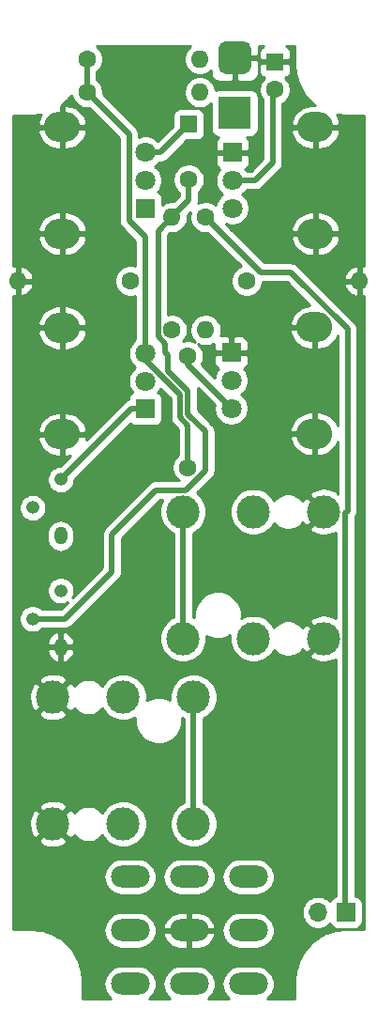
<source format=gbr>
%TF.GenerationSoftware,KiCad,Pcbnew,(5.1.10)-1*%
%TF.CreationDate,2021-10-05T10:10:45+02:00*%
%TF.ProjectId,Fuzz proto,46757a7a-2070-4726-9f74-6f2e6b696361,rev?*%
%TF.SameCoordinates,Original*%
%TF.FileFunction,Copper,L1,Top*%
%TF.FilePolarity,Positive*%
%FSLAX46Y46*%
G04 Gerber Fmt 4.6, Leading zero omitted, Abs format (unit mm)*
G04 Created by KiCad (PCBNEW (5.1.10)-1) date 2021-10-05 10:10:45*
%MOMM*%
%LPD*%
G01*
G04 APERTURE LIST*
%TA.AperFunction,ComponentPad*%
%ADD10O,1.600000X1.600000*%
%TD*%
%TA.AperFunction,ComponentPad*%
%ADD11C,1.600000*%
%TD*%
%TA.AperFunction,ComponentPad*%
%ADD12O,1.200000X1.200000*%
%TD*%
%TA.AperFunction,ComponentPad*%
%ADD13O,1.200000X1.600000*%
%TD*%
%TA.AperFunction,ComponentPad*%
%ADD14O,3.500000X2.000000*%
%TD*%
%TA.AperFunction,ComponentPad*%
%ADD15O,3.240000X2.720000*%
%TD*%
%TA.AperFunction,ComponentPad*%
%ADD16C,1.800000*%
%TD*%
%TA.AperFunction,ComponentPad*%
%ADD17R,1.800000X1.800000*%
%TD*%
%TA.AperFunction,ComponentPad*%
%ADD18R,1.600000X1.600000*%
%TD*%
%TA.AperFunction,ComponentPad*%
%ADD19C,3.000000*%
%TD*%
%TA.AperFunction,ComponentPad*%
%ADD20R,1.700000X1.700000*%
%TD*%
%TA.AperFunction,ComponentPad*%
%ADD21O,1.700000X1.700000*%
%TD*%
%TA.AperFunction,ComponentPad*%
%ADD22R,3.000000X3.000000*%
%TD*%
%TA.AperFunction,ViaPad*%
%ADD23C,0.800000*%
%TD*%
%TA.AperFunction,Conductor*%
%ADD24C,0.500000*%
%TD*%
%TA.AperFunction,Conductor*%
%ADD25C,0.254000*%
%TD*%
%TA.AperFunction,Conductor*%
%ADD26C,0.100000*%
%TD*%
G04 APERTURE END LIST*
D10*
%TO.P,R4,2*%
%TO.N,Net-(D1-Pad1)*%
X129260000Y-27900000D03*
D11*
%TO.P,R4,1*%
%TO.N,Net-(Bias1-Pad3)*%
X119100000Y-27900000D03*
%TD*%
D12*
%TO.P,Q1,3*%
%TO.N,Net-(Q1-Pad3)*%
X116700000Y-75800000D03*
%TO.P,Q1,2*%
%TO.N,Net-(C1-Pad2)*%
X114160000Y-78340000D03*
D13*
%TO.P,Q1,1*%
%TO.N,GND*%
X116700000Y-80880000D03*
%TD*%
D14*
%TO.P,SW1,1*%
%TO.N,Net-(SW1-Pad1)*%
X122971560Y-101600000D03*
%TO.P,SW1,4*%
%TO.N,Net-(SW1-Pad4)*%
X128305560Y-101600000D03*
%TO.P,SW1,7*%
%TO.N,Net-(SW1-Pad1)*%
X133639560Y-101600000D03*
%TO.P,SW1,8*%
%TO.N,OUT*%
X133639560Y-106426000D03*
%TO.P,SW1,5*%
%TO.N,GND*%
X128305560Y-106426000D03*
%TO.P,SW1,2*%
%TO.N,IN*%
X122971560Y-106426000D03*
%TO.P,SW1,3*%
%TO.N,EFX_IN*%
X122971560Y-111252000D03*
%TO.P,SW1,6*%
%TO.N,LED-*%
X128305560Y-111252000D03*
%TO.P,SW1,9*%
%TO.N,EFX_OUT*%
X133639560Y-111252000D03*
%TD*%
D15*
%TO.P,Bias1,*%
%TO.N,GND*%
X116840000Y-61722000D03*
X116840000Y-52122000D03*
D16*
%TO.P,Bias1,3*%
%TO.N,Net-(Bias1-Pad3)*%
X124340000Y-54422000D03*
%TO.P,Bias1,2*%
%TO.N,Net-(Bias1-Pad1)*%
X124340000Y-56922000D03*
D17*
%TO.P,Bias1,1*%
X124340000Y-59422000D03*
%TD*%
D18*
%TO.P,C1,1*%
%TO.N,Net-(C1-Pad1)*%
X128270000Y-33782000D03*
D11*
%TO.P,C1,2*%
%TO.N,Net-(C1-Pad2)*%
X128270000Y-38782000D03*
%TD*%
D18*
%TO.P,C2,1*%
%TO.N,GND*%
X136050000Y-28150000D03*
D11*
%TO.P,C2,2*%
%TO.N,Net-(C2-Pad2)*%
X136050000Y-30650000D03*
%TD*%
%TO.P,C3,1*%
%TO.N,Net-(C3-Pad1)*%
X128200000Y-54700000D03*
%TO.P,C3,2*%
%TO.N,Net-(Bias1-Pad3)*%
X128200000Y-64700000D03*
%TD*%
D17*
%TO.P,Fuzz1,1*%
%TO.N,GND*%
X132200000Y-36336000D03*
D16*
%TO.P,Fuzz1,2*%
%TO.N,Net-(C2-Pad2)*%
X132200000Y-38836000D03*
%TO.P,Fuzz1,3*%
%TO.N,Net-(Fuzz1-Pad3)*%
X132200000Y-41336000D03*
D15*
%TO.P,Fuzz1,*%
%TO.N,GND*%
X139700000Y-43636000D03*
X139700000Y-34036000D03*
%TD*%
%TO.P,Gain1,*%
%TO.N,GND*%
X116840000Y-43636000D03*
X116840000Y-34036000D03*
D16*
%TO.P,Gain1,3*%
%TO.N,Net-(C1-Pad1)*%
X124340000Y-36336000D03*
%TO.P,Gain1,2*%
%TO.N,EFX_IN*%
X124340000Y-38836000D03*
D17*
%TO.P,Gain1,1*%
X124340000Y-41336000D03*
%TD*%
D19*
%TO.P,J1,T*%
%TO.N,IN*%
X127750000Y-80130000D03*
%TO.P,J1,S*%
%TO.N,GND*%
X140450000Y-80130000D03*
%TO.P,J1,G*%
X140450000Y-68700000D03*
%TO.P,J1,TN*%
%TO.N,IN*%
X127750000Y-68700000D03*
%TO.P,J1,R*%
%TO.N,Net-(J1-PadR)*%
X134100000Y-80130000D03*
%TO.P,J1,RN*%
%TO.N,Net-(J1-PadRN)*%
X134100000Y-68700000D03*
%TD*%
%TO.P,J2,RN*%
%TO.N,Net-(J2-PadRN)*%
X122350000Y-96830000D03*
%TO.P,J2,R*%
%TO.N,Net-(J2-PadR)*%
X122350000Y-85400000D03*
%TO.P,J2,TN*%
%TO.N,OUT*%
X128700000Y-96830000D03*
%TO.P,J2,G*%
%TO.N,GND*%
X116000000Y-96830000D03*
%TO.P,J2,S*%
X116000000Y-85400000D03*
%TO.P,J2,T*%
%TO.N,OUT*%
X128700000Y-85400000D03*
%TD*%
D13*
%TO.P,Q2,1*%
%TO.N,Net-(Fuzz1-Pad3)*%
X116700000Y-70880000D03*
D12*
%TO.P,Q2,2*%
%TO.N,Net-(Q1-Pad3)*%
X114160000Y-68340000D03*
%TO.P,Q2,3*%
%TO.N,Net-(Bias1-Pad1)*%
X116700000Y-65800000D03*
%TD*%
D11*
%TO.P,R1,1*%
%TO.N,Net-(C1-Pad1)*%
X123000000Y-47900000D03*
D10*
%TO.P,R1,2*%
%TO.N,GND*%
X112840000Y-47900000D03*
%TD*%
D11*
%TO.P,R2,1*%
%TO.N,Net-(D1-Pad1)*%
X129794000Y-42164000D03*
D10*
%TO.P,R2,2*%
%TO.N,Net-(Q1-Pad3)*%
X129794000Y-52324000D03*
%TD*%
%TO.P,R3,2*%
%TO.N,Net-(C1-Pad2)*%
X126746000Y-42164000D03*
D11*
%TO.P,R3,1*%
%TO.N,Net-(Fuzz1-Pad3)*%
X126746000Y-52324000D03*
%TD*%
%TO.P,R5,1*%
%TO.N,Net-(Bias1-Pad3)*%
X119090000Y-30900000D03*
D10*
%TO.P,R5,2*%
%TO.N,Net-(Bias1-Pad1)*%
X129250000Y-30900000D03*
%TD*%
%TO.P,R6,2*%
%TO.N,GND*%
X143660000Y-47900000D03*
D11*
%TO.P,R6,1*%
%TO.N,EFX_OUT*%
X133500000Y-47900000D03*
%TD*%
D17*
%TO.P,Vol1,1*%
%TO.N,GND*%
X132100000Y-54370000D03*
D16*
%TO.P,Vol1,2*%
%TO.N,EFX_OUT*%
X132100000Y-56870000D03*
%TO.P,Vol1,3*%
%TO.N,Net-(C3-Pad1)*%
X132100000Y-59370000D03*
D15*
%TO.P,Vol1,*%
%TO.N,GND*%
X139600000Y-61670000D03*
X139600000Y-52070000D03*
%TD*%
D20*
%TO.P,D1,1*%
%TO.N,Net-(D1-Pad1)*%
X142475000Y-104800000D03*
D21*
%TO.P,D1,2*%
%TO.N,LED-*%
X139935000Y-104800000D03*
%TD*%
D22*
%TO.P,J3,1*%
%TO.N,Net-(D1-Pad1)*%
X132425000Y-32775000D03*
%TO.P,J3,2*%
%TO.N,GND*%
%TA.AperFunction,ComponentPad*%
G36*
G01*
X131675000Y-26275000D02*
X133175000Y-26275000D01*
G75*
G02*
X133925000Y-27025000I0J-750000D01*
G01*
X133925000Y-28525000D01*
G75*
G02*
X133175000Y-29275000I-750000J0D01*
G01*
X131675000Y-29275000D01*
G75*
G02*
X130925000Y-28525000I0J750000D01*
G01*
X130925000Y-27025000D01*
G75*
G02*
X131675000Y-26275000I750000J0D01*
G01*
G37*
%TD.AperFunction*%
%TD*%
D23*
%TO.N,GND*%
X124250000Y-27075000D03*
X128350000Y-36300000D03*
X126925000Y-45300000D03*
X129200000Y-44900000D03*
%TD*%
D24*
%TO.N,Net-(Bias1-Pad1)*%
X124450000Y-59532000D02*
X124340000Y-59422000D01*
X123078000Y-59422000D02*
X116700000Y-65800000D01*
X124340000Y-59422000D02*
X123078000Y-59422000D01*
%TO.N,Net-(C1-Pad1)*%
X125716000Y-36336000D02*
X128270000Y-33782000D01*
X124340000Y-36336000D02*
X125716000Y-36336000D01*
%TO.N,Net-(C1-Pad2)*%
X126700000Y-42118000D02*
X126746000Y-42164000D01*
X128270000Y-40640000D02*
X126746000Y-42164000D01*
X128270000Y-38782000D02*
X128270000Y-40640000D01*
X128200000Y-57800000D02*
X128200000Y-59900000D01*
X126400000Y-54600000D02*
X126400000Y-56000000D01*
X126145999Y-54345999D02*
X126400000Y-54600000D01*
X125495999Y-52924001D02*
X126145999Y-53574001D01*
X125495999Y-43414001D02*
X125495999Y-52924001D01*
X126400000Y-56000000D02*
X128200000Y-57800000D01*
X126145999Y-53574001D02*
X126145999Y-54345999D01*
X126746000Y-42164000D02*
X125495999Y-43414001D01*
X128200000Y-59900000D02*
X129775000Y-61475000D01*
X128000003Y-66749999D02*
X125300001Y-66749999D01*
X129775000Y-64975002D02*
X128000003Y-66749999D01*
X129775000Y-61475000D02*
X129775000Y-64975002D01*
X125300001Y-66749999D02*
X121325000Y-70725000D01*
X121325000Y-70725000D02*
X121325000Y-74125000D01*
X117110000Y-78340000D02*
X114160000Y-78340000D01*
X121325000Y-74125000D02*
X117110000Y-78340000D01*
%TO.N,Net-(C3-Pad1)*%
X128200000Y-55470000D02*
X132100000Y-59370000D01*
X128200000Y-54700000D02*
X128200000Y-55470000D01*
%TO.N,LED-*%
X128305560Y-111144440D02*
X128305560Y-111224060D01*
%TO.N,IN*%
X127750000Y-68700000D02*
X127750000Y-80130000D01*
%TO.N,OUT*%
X128700000Y-96830000D02*
X128700000Y-85400000D01*
%TO.N,Net-(SW1-Pad1)*%
X133639560Y-101600000D02*
X133639560Y-101239560D01*
%TO.N,Net-(Bias1-Pad3)*%
X124340000Y-43946002D02*
X122875000Y-42481002D01*
X124340000Y-54422000D02*
X124340000Y-43946002D01*
X122875000Y-34685000D02*
X119090000Y-30900000D01*
X122875000Y-42481002D02*
X122875000Y-34685000D01*
X119090000Y-27910000D02*
X119100000Y-27900000D01*
X119090000Y-30900000D02*
X119090000Y-27910000D01*
X124340000Y-54965000D02*
X127499990Y-58124990D01*
X124340000Y-54422000D02*
X124340000Y-54965000D01*
X128200000Y-60889963D02*
X128200000Y-64700000D01*
X127499990Y-60189953D02*
X128200000Y-60889963D01*
X127499990Y-58124990D02*
X127499990Y-60189953D01*
%TO.N,Net-(D1-Pad1)*%
X137469741Y-47120001D02*
X142600000Y-52250260D01*
X134750001Y-47120001D02*
X137469741Y-47120001D01*
X129794000Y-42164000D02*
X134750001Y-47120001D01*
X142400001Y-68799999D02*
X142400001Y-104049999D01*
X142600000Y-68600000D02*
X142400001Y-68799999D01*
X142600000Y-52250260D02*
X142600000Y-68600000D01*
%TO.N,Net-(C2-Pad2)*%
X134264000Y-38836000D02*
X132200000Y-38836000D01*
X135850000Y-37250000D02*
X134264000Y-38836000D01*
X135850000Y-30650000D02*
X135850000Y-37250000D01*
%TO.N,Net-(D1-Pad1)*%
X132425000Y-32224998D02*
X132425000Y-32775000D01*
%TD*%
D25*
%TO.N,GND*%
X128345241Y-26785363D02*
X128145363Y-26985241D01*
X127988320Y-27220273D01*
X127880147Y-27481426D01*
X127825000Y-27758665D01*
X127825000Y-28041335D01*
X127880147Y-28318574D01*
X127988320Y-28579727D01*
X128145363Y-28814759D01*
X128345241Y-29014637D01*
X128580273Y-29171680D01*
X128841426Y-29279853D01*
X129118665Y-29335000D01*
X129401335Y-29335000D01*
X129678574Y-29279853D01*
X129939727Y-29171680D01*
X130174759Y-29014637D01*
X130287873Y-28901523D01*
X130286928Y-29275000D01*
X130299188Y-29399482D01*
X130335498Y-29519180D01*
X130394463Y-29629494D01*
X130473815Y-29726185D01*
X130570506Y-29805537D01*
X130680820Y-29864502D01*
X130800518Y-29900812D01*
X130925000Y-29913072D01*
X132139250Y-29910000D01*
X132298000Y-29751250D01*
X132298000Y-27902000D01*
X132552000Y-27902000D01*
X132552000Y-29751250D01*
X132710750Y-29910000D01*
X133925000Y-29913072D01*
X134049482Y-29900812D01*
X134169180Y-29864502D01*
X134279494Y-29805537D01*
X134376185Y-29726185D01*
X134455537Y-29629494D01*
X134514502Y-29519180D01*
X134550812Y-29399482D01*
X134563072Y-29275000D01*
X134560000Y-28060750D01*
X134401250Y-27902000D01*
X132552000Y-27902000D01*
X132298000Y-27902000D01*
X132278000Y-27902000D01*
X132278000Y-27648000D01*
X132298000Y-27648000D01*
X132298000Y-27628000D01*
X132552000Y-27628000D01*
X132552000Y-27648000D01*
X134401250Y-27648000D01*
X134560000Y-27489250D01*
X134561845Y-26760000D01*
X135007462Y-26760000D01*
X135005820Y-26760498D01*
X134895506Y-26819463D01*
X134798815Y-26898815D01*
X134719463Y-26995506D01*
X134660498Y-27105820D01*
X134624188Y-27225518D01*
X134611928Y-27350000D01*
X134615000Y-27864250D01*
X134773750Y-28023000D01*
X135923000Y-28023000D01*
X135923000Y-28003000D01*
X136177000Y-28003000D01*
X136177000Y-28023000D01*
X137326250Y-28023000D01*
X137485000Y-27864250D01*
X137488072Y-27350000D01*
X137475812Y-27225518D01*
X137439502Y-27105820D01*
X137380537Y-26995506D01*
X137301185Y-26898815D01*
X137204494Y-26819463D01*
X137094180Y-26760498D01*
X137092538Y-26760000D01*
X137840001Y-26760000D01*
X137840000Y-28382418D01*
X137842988Y-28412752D01*
X137842813Y-28437743D01*
X137843713Y-28446914D01*
X137925315Y-29223302D01*
X137937338Y-29281871D01*
X137948551Y-29340657D01*
X137951215Y-29349479D01*
X138182063Y-30095229D01*
X138205238Y-30150359D01*
X138227652Y-30205838D01*
X138231979Y-30213974D01*
X138603282Y-30900684D01*
X138636727Y-30950268D01*
X138669487Y-31000331D01*
X138675311Y-31007472D01*
X139172924Y-31608983D01*
X139215376Y-31651140D01*
X139257223Y-31693873D01*
X139264318Y-31699741D01*
X139264324Y-31699747D01*
X139264331Y-31699751D01*
X139682742Y-32041000D01*
X139313000Y-32041000D01*
X138926235Y-32104110D01*
X138559214Y-32241461D01*
X138226041Y-32447775D01*
X137939520Y-32715124D01*
X137710661Y-33033233D01*
X137548260Y-33389878D01*
X137493425Y-33599110D01*
X137608147Y-33909000D01*
X139573000Y-33909000D01*
X139573000Y-33889000D01*
X139827000Y-33889000D01*
X139827000Y-33909000D01*
X141791853Y-33909000D01*
X141906575Y-33599110D01*
X141851740Y-33389878D01*
X141689339Y-33033233D01*
X141608607Y-32921017D01*
X141649494Y-32929708D01*
X141658657Y-32930671D01*
X141658659Y-32930671D01*
X142435596Y-33006850D01*
X142435598Y-33006850D01*
X142467581Y-33010000D01*
X144090001Y-33010000D01*
X144090001Y-46537083D01*
X144009040Y-46508091D01*
X143787000Y-46629376D01*
X143787000Y-47773000D01*
X143807000Y-47773000D01*
X143807000Y-48027000D01*
X143787000Y-48027000D01*
X143787000Y-49170624D01*
X144009040Y-49291909D01*
X144090001Y-49262917D01*
X144090000Y-106290000D01*
X142467581Y-106290000D01*
X142437247Y-106292988D01*
X142412257Y-106292813D01*
X142403086Y-106293713D01*
X141626699Y-106375315D01*
X141568106Y-106387342D01*
X141509342Y-106398552D01*
X141500520Y-106401215D01*
X140754771Y-106632063D01*
X140699608Y-106655251D01*
X140644162Y-106677653D01*
X140636026Y-106681979D01*
X139949316Y-107053282D01*
X139899741Y-107086721D01*
X139849670Y-107119486D01*
X139842529Y-107125311D01*
X139241017Y-107622924D01*
X139198863Y-107665374D01*
X139156127Y-107707224D01*
X139150253Y-107714324D01*
X138656852Y-108319295D01*
X138623764Y-108369096D01*
X138589953Y-108418476D01*
X138585570Y-108426582D01*
X138219071Y-109115867D01*
X138196280Y-109171161D01*
X138172710Y-109226154D01*
X138169985Y-109234957D01*
X137944348Y-109982302D01*
X137932725Y-110041005D01*
X137920292Y-110099494D01*
X137919329Y-110108658D01*
X137843150Y-110885596D01*
X137840000Y-110917582D01*
X137840001Y-112540000D01*
X135397393Y-112540000D01*
X135551274Y-112413714D01*
X135755591Y-112164752D01*
X135907412Y-111880715D01*
X136000903Y-111572516D01*
X136032471Y-111252000D01*
X136000903Y-110931484D01*
X135907412Y-110623285D01*
X135755591Y-110339248D01*
X135551274Y-110090286D01*
X135302312Y-109885969D01*
X135018275Y-109734148D01*
X134710076Y-109640657D01*
X134469882Y-109617000D01*
X132809238Y-109617000D01*
X132569044Y-109640657D01*
X132260845Y-109734148D01*
X131976808Y-109885969D01*
X131727846Y-110090286D01*
X131523529Y-110339248D01*
X131371708Y-110623285D01*
X131278217Y-110931484D01*
X131246649Y-111252000D01*
X131278217Y-111572516D01*
X131371708Y-111880715D01*
X131523529Y-112164752D01*
X131727846Y-112413714D01*
X131881727Y-112540000D01*
X130063393Y-112540000D01*
X130217274Y-112413714D01*
X130421591Y-112164752D01*
X130573412Y-111880715D01*
X130666903Y-111572516D01*
X130698471Y-111252000D01*
X130666903Y-110931484D01*
X130573412Y-110623285D01*
X130421591Y-110339248D01*
X130217274Y-110090286D01*
X129968312Y-109885969D01*
X129684275Y-109734148D01*
X129376076Y-109640657D01*
X129135882Y-109617000D01*
X127475238Y-109617000D01*
X127235044Y-109640657D01*
X126926845Y-109734148D01*
X126642808Y-109885969D01*
X126393846Y-110090286D01*
X126189529Y-110339248D01*
X126037708Y-110623285D01*
X125944217Y-110931484D01*
X125912649Y-111252000D01*
X125944217Y-111572516D01*
X126037708Y-111880715D01*
X126189529Y-112164752D01*
X126393846Y-112413714D01*
X126547727Y-112540000D01*
X124729393Y-112540000D01*
X124883274Y-112413714D01*
X125087591Y-112164752D01*
X125239412Y-111880715D01*
X125332903Y-111572516D01*
X125364471Y-111252000D01*
X125332903Y-110931484D01*
X125239412Y-110623285D01*
X125087591Y-110339248D01*
X124883274Y-110090286D01*
X124634312Y-109885969D01*
X124350275Y-109734148D01*
X124042076Y-109640657D01*
X123801882Y-109617000D01*
X122141238Y-109617000D01*
X121901044Y-109640657D01*
X121592845Y-109734148D01*
X121308808Y-109885969D01*
X121059846Y-110090286D01*
X120855529Y-110339248D01*
X120703708Y-110623285D01*
X120610217Y-110931484D01*
X120578649Y-111252000D01*
X120610217Y-111572516D01*
X120703708Y-111880715D01*
X120855529Y-112164752D01*
X121059846Y-112413714D01*
X121213727Y-112540000D01*
X118660000Y-112540000D01*
X118660000Y-110917581D01*
X118657012Y-110887247D01*
X118657187Y-110862257D01*
X118656287Y-110853086D01*
X118574685Y-110076699D01*
X118562658Y-110018106D01*
X118551448Y-109959342D01*
X118548785Y-109950520D01*
X118317937Y-109204771D01*
X118294749Y-109149608D01*
X118272347Y-109094162D01*
X118268021Y-109086026D01*
X117896718Y-108399316D01*
X117863279Y-108349741D01*
X117830514Y-108299670D01*
X117824689Y-108292529D01*
X117327076Y-107691017D01*
X117284621Y-107648858D01*
X117242776Y-107606127D01*
X117235676Y-107600253D01*
X116630705Y-107106852D01*
X116580904Y-107073764D01*
X116531524Y-107039953D01*
X116523418Y-107035570D01*
X115834133Y-106669071D01*
X115778839Y-106646280D01*
X115723846Y-106622710D01*
X115715043Y-106619985D01*
X115072535Y-106426000D01*
X120578649Y-106426000D01*
X120610217Y-106746516D01*
X120703708Y-107054715D01*
X120855529Y-107338752D01*
X121059846Y-107587714D01*
X121308808Y-107792031D01*
X121592845Y-107943852D01*
X121901044Y-108037343D01*
X122141238Y-108061000D01*
X123801882Y-108061000D01*
X124042076Y-108037343D01*
X124350275Y-107943852D01*
X124634312Y-107792031D01*
X124883274Y-107587714D01*
X125087591Y-107338752D01*
X125239412Y-107054715D01*
X125314727Y-106806434D01*
X125965436Y-106806434D01*
X125996416Y-106934355D01*
X126125550Y-107228761D01*
X126309638Y-107492317D01*
X126541606Y-107714895D01*
X126812540Y-107887942D01*
X127112028Y-108004807D01*
X127428560Y-108061000D01*
X128178560Y-108061000D01*
X128178560Y-106553000D01*
X128432560Y-106553000D01*
X128432560Y-108061000D01*
X129182560Y-108061000D01*
X129499092Y-108004807D01*
X129798580Y-107887942D01*
X130069514Y-107714895D01*
X130301482Y-107492317D01*
X130485570Y-107228761D01*
X130614704Y-106934355D01*
X130645684Y-106806434D01*
X130526337Y-106553000D01*
X128432560Y-106553000D01*
X128178560Y-106553000D01*
X126084783Y-106553000D01*
X125965436Y-106806434D01*
X125314727Y-106806434D01*
X125332903Y-106746516D01*
X125364471Y-106426000D01*
X131246649Y-106426000D01*
X131278217Y-106746516D01*
X131371708Y-107054715D01*
X131523529Y-107338752D01*
X131727846Y-107587714D01*
X131976808Y-107792031D01*
X132260845Y-107943852D01*
X132569044Y-108037343D01*
X132809238Y-108061000D01*
X134469882Y-108061000D01*
X134710076Y-108037343D01*
X135018275Y-107943852D01*
X135302312Y-107792031D01*
X135551274Y-107587714D01*
X135755591Y-107338752D01*
X135907412Y-107054715D01*
X136000903Y-106746516D01*
X136032471Y-106426000D01*
X136000903Y-106105484D01*
X135907412Y-105797285D01*
X135755591Y-105513248D01*
X135551274Y-105264286D01*
X135302312Y-105059969D01*
X135018275Y-104908148D01*
X134710076Y-104814657D01*
X134469882Y-104791000D01*
X132809238Y-104791000D01*
X132569044Y-104814657D01*
X132260845Y-104908148D01*
X131976808Y-105059969D01*
X131727846Y-105264286D01*
X131523529Y-105513248D01*
X131371708Y-105797285D01*
X131278217Y-106105484D01*
X131246649Y-106426000D01*
X125364471Y-106426000D01*
X125332903Y-106105484D01*
X125314728Y-106045566D01*
X125965436Y-106045566D01*
X126084783Y-106299000D01*
X128178560Y-106299000D01*
X128178560Y-104791000D01*
X128432560Y-104791000D01*
X128432560Y-106299000D01*
X130526337Y-106299000D01*
X130645684Y-106045566D01*
X130614704Y-105917645D01*
X130485570Y-105623239D01*
X130301482Y-105359683D01*
X130069514Y-105137105D01*
X129798580Y-104964058D01*
X129499092Y-104847193D01*
X129182560Y-104791000D01*
X128432560Y-104791000D01*
X128178560Y-104791000D01*
X127428560Y-104791000D01*
X127112028Y-104847193D01*
X126812540Y-104964058D01*
X126541606Y-105137105D01*
X126309638Y-105359683D01*
X126125550Y-105623239D01*
X125996416Y-105917645D01*
X125965436Y-106045566D01*
X125314728Y-106045566D01*
X125239412Y-105797285D01*
X125087591Y-105513248D01*
X124883274Y-105264286D01*
X124634312Y-105059969D01*
X124350275Y-104908148D01*
X124042076Y-104814657D01*
X123801882Y-104791000D01*
X122141238Y-104791000D01*
X121901044Y-104814657D01*
X121592845Y-104908148D01*
X121308808Y-105059969D01*
X121059846Y-105264286D01*
X120855529Y-105513248D01*
X120703708Y-105797285D01*
X120610217Y-106105484D01*
X120578649Y-106426000D01*
X115072535Y-106426000D01*
X114967698Y-106394348D01*
X114908995Y-106382725D01*
X114850506Y-106370292D01*
X114841342Y-106369329D01*
X114064404Y-106293150D01*
X114064402Y-106293150D01*
X114032419Y-106290000D01*
X112410000Y-106290000D01*
X112410000Y-101600000D01*
X120578649Y-101600000D01*
X120610217Y-101920516D01*
X120703708Y-102228715D01*
X120855529Y-102512752D01*
X121059846Y-102761714D01*
X121308808Y-102966031D01*
X121592845Y-103117852D01*
X121901044Y-103211343D01*
X122141238Y-103235000D01*
X123801882Y-103235000D01*
X124042076Y-103211343D01*
X124350275Y-103117852D01*
X124634312Y-102966031D01*
X124883274Y-102761714D01*
X125087591Y-102512752D01*
X125239412Y-102228715D01*
X125332903Y-101920516D01*
X125364471Y-101600000D01*
X125912649Y-101600000D01*
X125944217Y-101920516D01*
X126037708Y-102228715D01*
X126189529Y-102512752D01*
X126393846Y-102761714D01*
X126642808Y-102966031D01*
X126926845Y-103117852D01*
X127235044Y-103211343D01*
X127475238Y-103235000D01*
X129135882Y-103235000D01*
X129376076Y-103211343D01*
X129684275Y-103117852D01*
X129968312Y-102966031D01*
X130217274Y-102761714D01*
X130421591Y-102512752D01*
X130573412Y-102228715D01*
X130666903Y-101920516D01*
X130698471Y-101600000D01*
X131246649Y-101600000D01*
X131278217Y-101920516D01*
X131371708Y-102228715D01*
X131523529Y-102512752D01*
X131727846Y-102761714D01*
X131976808Y-102966031D01*
X132260845Y-103117852D01*
X132569044Y-103211343D01*
X132809238Y-103235000D01*
X134469882Y-103235000D01*
X134710076Y-103211343D01*
X135018275Y-103117852D01*
X135302312Y-102966031D01*
X135551274Y-102761714D01*
X135755591Y-102512752D01*
X135907412Y-102228715D01*
X136000903Y-101920516D01*
X136032471Y-101600000D01*
X136000903Y-101279484D01*
X135907412Y-100971285D01*
X135755591Y-100687248D01*
X135551274Y-100438286D01*
X135302312Y-100233969D01*
X135018275Y-100082148D01*
X134710076Y-99988657D01*
X134469882Y-99965000D01*
X132809238Y-99965000D01*
X132569044Y-99988657D01*
X132260845Y-100082148D01*
X131976808Y-100233969D01*
X131727846Y-100438286D01*
X131523529Y-100687248D01*
X131371708Y-100971285D01*
X131278217Y-101279484D01*
X131246649Y-101600000D01*
X130698471Y-101600000D01*
X130666903Y-101279484D01*
X130573412Y-100971285D01*
X130421591Y-100687248D01*
X130217274Y-100438286D01*
X129968312Y-100233969D01*
X129684275Y-100082148D01*
X129376076Y-99988657D01*
X129135882Y-99965000D01*
X127475238Y-99965000D01*
X127235044Y-99988657D01*
X126926845Y-100082148D01*
X126642808Y-100233969D01*
X126393846Y-100438286D01*
X126189529Y-100687248D01*
X126037708Y-100971285D01*
X125944217Y-101279484D01*
X125912649Y-101600000D01*
X125364471Y-101600000D01*
X125332903Y-101279484D01*
X125239412Y-100971285D01*
X125087591Y-100687248D01*
X124883274Y-100438286D01*
X124634312Y-100233969D01*
X124350275Y-100082148D01*
X124042076Y-99988657D01*
X123801882Y-99965000D01*
X122141238Y-99965000D01*
X121901044Y-99988657D01*
X121592845Y-100082148D01*
X121308808Y-100233969D01*
X121059846Y-100438286D01*
X120855529Y-100687248D01*
X120703708Y-100971285D01*
X120610217Y-101279484D01*
X120578649Y-101600000D01*
X112410000Y-101600000D01*
X112410000Y-98321653D01*
X114687952Y-98321653D01*
X114843962Y-98637214D01*
X115218745Y-98828020D01*
X115623551Y-98942044D01*
X116042824Y-98974902D01*
X116460451Y-98925334D01*
X116860383Y-98795243D01*
X117156038Y-98637214D01*
X117312048Y-98321653D01*
X116000000Y-97009605D01*
X114687952Y-98321653D01*
X112410000Y-98321653D01*
X112410000Y-96872824D01*
X113855098Y-96872824D01*
X113904666Y-97290451D01*
X114034757Y-97690383D01*
X114192786Y-97986038D01*
X114508347Y-98142048D01*
X115820395Y-96830000D01*
X116179605Y-96830000D01*
X117491653Y-98142048D01*
X117807214Y-97986038D01*
X117893196Y-97817151D01*
X117930013Y-97872252D01*
X118157748Y-98099987D01*
X118425537Y-98278918D01*
X118723088Y-98402168D01*
X119038967Y-98465000D01*
X119361033Y-98465000D01*
X119676912Y-98402168D01*
X119974463Y-98278918D01*
X120242252Y-98099987D01*
X120469987Y-97872252D01*
X120474328Y-97865756D01*
X120691637Y-98190983D01*
X120989017Y-98488363D01*
X121338698Y-98722012D01*
X121727244Y-98882953D01*
X122139721Y-98965000D01*
X122560279Y-98965000D01*
X122972756Y-98882953D01*
X123361302Y-98722012D01*
X123710983Y-98488363D01*
X124008363Y-98190983D01*
X124242012Y-97841302D01*
X124402953Y-97452756D01*
X124485000Y-97040279D01*
X124485000Y-96619721D01*
X124402953Y-96207244D01*
X124242012Y-95818698D01*
X124008363Y-95469017D01*
X123710983Y-95171637D01*
X123361302Y-94937988D01*
X122972756Y-94777047D01*
X122560279Y-94695000D01*
X122139721Y-94695000D01*
X121727244Y-94777047D01*
X121338698Y-94937988D01*
X120989017Y-95171637D01*
X120691637Y-95469017D01*
X120474328Y-95794244D01*
X120469987Y-95787748D01*
X120242252Y-95560013D01*
X119974463Y-95381082D01*
X119676912Y-95257832D01*
X119361033Y-95195000D01*
X119038967Y-95195000D01*
X118723088Y-95257832D01*
X118425537Y-95381082D01*
X118157748Y-95560013D01*
X117930013Y-95787748D01*
X117895579Y-95839283D01*
X117807214Y-95673962D01*
X117491653Y-95517952D01*
X116179605Y-96830000D01*
X115820395Y-96830000D01*
X114508347Y-95517952D01*
X114192786Y-95673962D01*
X114001980Y-96048745D01*
X113887956Y-96453551D01*
X113855098Y-96872824D01*
X112410000Y-96872824D01*
X112410000Y-95338347D01*
X114687952Y-95338347D01*
X116000000Y-96650395D01*
X117312048Y-95338347D01*
X117156038Y-95022786D01*
X116781255Y-94831980D01*
X116376449Y-94717956D01*
X115957176Y-94685098D01*
X115539549Y-94734666D01*
X115139617Y-94864757D01*
X114843962Y-95022786D01*
X114687952Y-95338347D01*
X112410000Y-95338347D01*
X112410000Y-86891653D01*
X114687952Y-86891653D01*
X114843962Y-87207214D01*
X115218745Y-87398020D01*
X115623551Y-87512044D01*
X116042824Y-87544902D01*
X116460451Y-87495334D01*
X116860383Y-87365243D01*
X117156038Y-87207214D01*
X117312048Y-86891653D01*
X116000000Y-85579605D01*
X114687952Y-86891653D01*
X112410000Y-86891653D01*
X112410000Y-85442824D01*
X113855098Y-85442824D01*
X113904666Y-85860451D01*
X114034757Y-86260383D01*
X114192786Y-86556038D01*
X114508347Y-86712048D01*
X115820395Y-85400000D01*
X116179605Y-85400000D01*
X117491653Y-86712048D01*
X117807214Y-86556038D01*
X117893196Y-86387151D01*
X117930013Y-86442252D01*
X118157748Y-86669987D01*
X118425537Y-86848918D01*
X118723088Y-86972168D01*
X119038967Y-87035000D01*
X119361033Y-87035000D01*
X119676912Y-86972168D01*
X119974463Y-86848918D01*
X120242252Y-86669987D01*
X120469987Y-86442252D01*
X120474328Y-86435756D01*
X120691637Y-86760983D01*
X120989017Y-87058363D01*
X121338698Y-87292012D01*
X121727244Y-87452953D01*
X122139721Y-87535000D01*
X122560279Y-87535000D01*
X122972756Y-87452953D01*
X123361302Y-87292012D01*
X123429587Y-87246385D01*
X123415000Y-87319721D01*
X123415000Y-87740279D01*
X123497047Y-88152756D01*
X123657988Y-88541302D01*
X123891637Y-88890983D01*
X124189017Y-89188363D01*
X124538698Y-89422012D01*
X124927244Y-89582953D01*
X125339721Y-89665000D01*
X125760279Y-89665000D01*
X126172756Y-89582953D01*
X126561302Y-89422012D01*
X126910983Y-89188363D01*
X127208363Y-88890983D01*
X127442012Y-88541302D01*
X127602953Y-88152756D01*
X127685000Y-87740279D01*
X127685000Y-87319721D01*
X127678077Y-87284915D01*
X127688698Y-87292012D01*
X127815001Y-87344328D01*
X127815000Y-94885672D01*
X127688698Y-94937988D01*
X127339017Y-95171637D01*
X127041637Y-95469017D01*
X126807988Y-95818698D01*
X126647047Y-96207244D01*
X126565000Y-96619721D01*
X126565000Y-97040279D01*
X126647047Y-97452756D01*
X126807988Y-97841302D01*
X127041637Y-98190983D01*
X127339017Y-98488363D01*
X127688698Y-98722012D01*
X128077244Y-98882953D01*
X128489721Y-98965000D01*
X128910279Y-98965000D01*
X129322756Y-98882953D01*
X129711302Y-98722012D01*
X130060983Y-98488363D01*
X130358363Y-98190983D01*
X130592012Y-97841302D01*
X130752953Y-97452756D01*
X130835000Y-97040279D01*
X130835000Y-96619721D01*
X130752953Y-96207244D01*
X130592012Y-95818698D01*
X130358363Y-95469017D01*
X130060983Y-95171637D01*
X129711302Y-94937988D01*
X129585000Y-94885672D01*
X129585000Y-87344328D01*
X129711302Y-87292012D01*
X130060983Y-87058363D01*
X130358363Y-86760983D01*
X130592012Y-86411302D01*
X130752953Y-86022756D01*
X130835000Y-85610279D01*
X130835000Y-85189721D01*
X130752953Y-84777244D01*
X130592012Y-84388698D01*
X130358363Y-84039017D01*
X130060983Y-83741637D01*
X129711302Y-83507988D01*
X129322756Y-83347047D01*
X128910279Y-83265000D01*
X128489721Y-83265000D01*
X128077244Y-83347047D01*
X127688698Y-83507988D01*
X127339017Y-83741637D01*
X127041637Y-84039017D01*
X126807988Y-84388698D01*
X126647047Y-84777244D01*
X126565000Y-85189721D01*
X126565000Y-85610279D01*
X126571923Y-85645085D01*
X126561302Y-85637988D01*
X126172756Y-85477047D01*
X125760279Y-85395000D01*
X125339721Y-85395000D01*
X124927244Y-85477047D01*
X124538698Y-85637988D01*
X124470413Y-85683615D01*
X124485000Y-85610279D01*
X124485000Y-85189721D01*
X124402953Y-84777244D01*
X124242012Y-84388698D01*
X124008363Y-84039017D01*
X123710983Y-83741637D01*
X123361302Y-83507988D01*
X122972756Y-83347047D01*
X122560279Y-83265000D01*
X122139721Y-83265000D01*
X121727244Y-83347047D01*
X121338698Y-83507988D01*
X120989017Y-83741637D01*
X120691637Y-84039017D01*
X120474328Y-84364244D01*
X120469987Y-84357748D01*
X120242252Y-84130013D01*
X119974463Y-83951082D01*
X119676912Y-83827832D01*
X119361033Y-83765000D01*
X119038967Y-83765000D01*
X118723088Y-83827832D01*
X118425537Y-83951082D01*
X118157748Y-84130013D01*
X117930013Y-84357748D01*
X117895579Y-84409283D01*
X117807214Y-84243962D01*
X117491653Y-84087952D01*
X116179605Y-85400000D01*
X115820395Y-85400000D01*
X114508347Y-84087952D01*
X114192786Y-84243962D01*
X114001980Y-84618745D01*
X113887956Y-85023551D01*
X113855098Y-85442824D01*
X112410000Y-85442824D01*
X112410000Y-83908347D01*
X114687952Y-83908347D01*
X116000000Y-85220395D01*
X117312048Y-83908347D01*
X117156038Y-83592786D01*
X116781255Y-83401980D01*
X116376449Y-83287956D01*
X115957176Y-83255098D01*
X115539549Y-83304666D01*
X115139617Y-83434757D01*
X114843962Y-83592786D01*
X114687952Y-83908347D01*
X112410000Y-83908347D01*
X112410000Y-81201681D01*
X115465087Y-81201681D01*
X115512554Y-81440263D01*
X115605654Y-81665000D01*
X115740809Y-81867256D01*
X115912826Y-82039258D01*
X116115093Y-82174396D01*
X116339838Y-82267477D01*
X116382391Y-82273462D01*
X116573000Y-82148731D01*
X116573000Y-81007000D01*
X116827000Y-81007000D01*
X116827000Y-82148731D01*
X117017609Y-82273462D01*
X117060162Y-82267477D01*
X117284907Y-82174396D01*
X117487174Y-82039258D01*
X117659191Y-81867256D01*
X117794346Y-81665000D01*
X117887446Y-81440263D01*
X117934913Y-81201681D01*
X117779994Y-81007000D01*
X116827000Y-81007000D01*
X116573000Y-81007000D01*
X115620006Y-81007000D01*
X115465087Y-81201681D01*
X112410000Y-81201681D01*
X112410000Y-80558319D01*
X115465087Y-80558319D01*
X115620006Y-80753000D01*
X116573000Y-80753000D01*
X116573000Y-79611269D01*
X116827000Y-79611269D01*
X116827000Y-80753000D01*
X117779994Y-80753000D01*
X117934913Y-80558319D01*
X117887446Y-80319737D01*
X117794346Y-80095000D01*
X117659191Y-79892744D01*
X117487174Y-79720742D01*
X117284907Y-79585604D01*
X117060162Y-79492523D01*
X117017609Y-79486538D01*
X116827000Y-79611269D01*
X116573000Y-79611269D01*
X116382391Y-79486538D01*
X116339838Y-79492523D01*
X116115093Y-79585604D01*
X115912826Y-79720742D01*
X115740809Y-79892744D01*
X115605654Y-80095000D01*
X115512554Y-80319737D01*
X115465087Y-80558319D01*
X112410000Y-80558319D01*
X112410000Y-70619336D01*
X115465000Y-70619336D01*
X115465000Y-71140665D01*
X115482870Y-71322102D01*
X115553489Y-71554901D01*
X115668168Y-71769449D01*
X115822499Y-71957502D01*
X116010552Y-72111833D01*
X116225100Y-72226511D01*
X116457899Y-72297130D01*
X116700000Y-72320975D01*
X116942102Y-72297130D01*
X117174901Y-72226511D01*
X117389449Y-72111833D01*
X117577502Y-71957502D01*
X117731833Y-71769449D01*
X117846511Y-71554900D01*
X117917130Y-71322101D01*
X117935000Y-71140664D01*
X117935000Y-70619335D01*
X117917130Y-70437898D01*
X117846511Y-70205099D01*
X117731833Y-69990551D01*
X117577502Y-69802498D01*
X117389448Y-69648167D01*
X117174900Y-69533489D01*
X116942101Y-69462870D01*
X116700000Y-69439025D01*
X116457898Y-69462870D01*
X116225099Y-69533489D01*
X116010551Y-69648167D01*
X115822498Y-69802498D01*
X115668167Y-69990552D01*
X115553489Y-70205100D01*
X115482870Y-70437899D01*
X115465000Y-70619336D01*
X112410000Y-70619336D01*
X112410000Y-68218363D01*
X112925000Y-68218363D01*
X112925000Y-68461637D01*
X112972460Y-68700236D01*
X113065557Y-68924992D01*
X113200713Y-69127267D01*
X113372733Y-69299287D01*
X113575008Y-69434443D01*
X113799764Y-69527540D01*
X114038363Y-69575000D01*
X114281637Y-69575000D01*
X114520236Y-69527540D01*
X114744992Y-69434443D01*
X114947267Y-69299287D01*
X115119287Y-69127267D01*
X115254443Y-68924992D01*
X115347540Y-68700236D01*
X115395000Y-68461637D01*
X115395000Y-68218363D01*
X115347540Y-67979764D01*
X115254443Y-67755008D01*
X115119287Y-67552733D01*
X114947267Y-67380713D01*
X114744992Y-67245557D01*
X114520236Y-67152460D01*
X114281637Y-67105000D01*
X114038363Y-67105000D01*
X113799764Y-67152460D01*
X113575008Y-67245557D01*
X113372733Y-67380713D01*
X113200713Y-67552733D01*
X113065557Y-67755008D01*
X112972460Y-67979764D01*
X112925000Y-68218363D01*
X112410000Y-68218363D01*
X112410000Y-62158890D01*
X114633425Y-62158890D01*
X114688260Y-62368122D01*
X114850661Y-62724767D01*
X115079520Y-63042876D01*
X115366041Y-63310225D01*
X115699214Y-63516539D01*
X116066235Y-63653890D01*
X116453000Y-63717000D01*
X116713000Y-63717000D01*
X116713000Y-61849000D01*
X114748147Y-61849000D01*
X114633425Y-62158890D01*
X112410000Y-62158890D01*
X112410000Y-61285110D01*
X114633425Y-61285110D01*
X114748147Y-61595000D01*
X116713000Y-61595000D01*
X116713000Y-59727000D01*
X116967000Y-59727000D01*
X116967000Y-61595000D01*
X118931853Y-61595000D01*
X119046575Y-61285110D01*
X118991740Y-61075878D01*
X118829339Y-60719233D01*
X118600480Y-60401124D01*
X118313959Y-60133775D01*
X117980786Y-59927461D01*
X117613765Y-59790110D01*
X117227000Y-59727000D01*
X116967000Y-59727000D01*
X116713000Y-59727000D01*
X116453000Y-59727000D01*
X116066235Y-59790110D01*
X115699214Y-59927461D01*
X115366041Y-60133775D01*
X115079520Y-60401124D01*
X114850661Y-60719233D01*
X114688260Y-61075878D01*
X114633425Y-61285110D01*
X112410000Y-61285110D01*
X112410000Y-52558890D01*
X114633425Y-52558890D01*
X114688260Y-52768122D01*
X114850661Y-53124767D01*
X115079520Y-53442876D01*
X115366041Y-53710225D01*
X115699214Y-53916539D01*
X116066235Y-54053890D01*
X116453000Y-54117000D01*
X116713000Y-54117000D01*
X116713000Y-52249000D01*
X116967000Y-52249000D01*
X116967000Y-54117000D01*
X117227000Y-54117000D01*
X117613765Y-54053890D01*
X117980786Y-53916539D01*
X118313959Y-53710225D01*
X118600480Y-53442876D01*
X118829339Y-53124767D01*
X118991740Y-52768122D01*
X119046575Y-52558890D01*
X118931853Y-52249000D01*
X116967000Y-52249000D01*
X116713000Y-52249000D01*
X114748147Y-52249000D01*
X114633425Y-52558890D01*
X112410000Y-52558890D01*
X112410000Y-51685110D01*
X114633425Y-51685110D01*
X114748147Y-51995000D01*
X116713000Y-51995000D01*
X116713000Y-50127000D01*
X116967000Y-50127000D01*
X116967000Y-51995000D01*
X118931853Y-51995000D01*
X119046575Y-51685110D01*
X118991740Y-51475878D01*
X118829339Y-51119233D01*
X118600480Y-50801124D01*
X118313959Y-50533775D01*
X117980786Y-50327461D01*
X117613765Y-50190110D01*
X117227000Y-50127000D01*
X116967000Y-50127000D01*
X116713000Y-50127000D01*
X116453000Y-50127000D01*
X116066235Y-50190110D01*
X115699214Y-50327461D01*
X115366041Y-50533775D01*
X115079520Y-50801124D01*
X114850661Y-51119233D01*
X114688260Y-51475878D01*
X114633425Y-51685110D01*
X112410000Y-51685110D01*
X112410000Y-49262917D01*
X112490960Y-49291909D01*
X112713000Y-49170624D01*
X112713000Y-48027000D01*
X112967000Y-48027000D01*
X112967000Y-49170624D01*
X113189040Y-49291909D01*
X113453881Y-49197070D01*
X113695131Y-49052385D01*
X113903519Y-48863414D01*
X114071037Y-48637420D01*
X114191246Y-48383087D01*
X114231904Y-48249039D01*
X114109915Y-48027000D01*
X112967000Y-48027000D01*
X112713000Y-48027000D01*
X112693000Y-48027000D01*
X112693000Y-47773000D01*
X112713000Y-47773000D01*
X112713000Y-46629376D01*
X112967000Y-46629376D01*
X112967000Y-47773000D01*
X114109915Y-47773000D01*
X114231904Y-47550961D01*
X114191246Y-47416913D01*
X114071037Y-47162580D01*
X113903519Y-46936586D01*
X113695131Y-46747615D01*
X113453881Y-46602930D01*
X113189040Y-46508091D01*
X112967000Y-46629376D01*
X112713000Y-46629376D01*
X112490960Y-46508091D01*
X112410000Y-46537083D01*
X112410000Y-44072890D01*
X114633425Y-44072890D01*
X114688260Y-44282122D01*
X114850661Y-44638767D01*
X115079520Y-44956876D01*
X115366041Y-45224225D01*
X115699214Y-45430539D01*
X116066235Y-45567890D01*
X116453000Y-45631000D01*
X116713000Y-45631000D01*
X116713000Y-43763000D01*
X116967000Y-43763000D01*
X116967000Y-45631000D01*
X117227000Y-45631000D01*
X117613765Y-45567890D01*
X117980786Y-45430539D01*
X118313959Y-45224225D01*
X118600480Y-44956876D01*
X118829339Y-44638767D01*
X118991740Y-44282122D01*
X119046575Y-44072890D01*
X118931853Y-43763000D01*
X116967000Y-43763000D01*
X116713000Y-43763000D01*
X114748147Y-43763000D01*
X114633425Y-44072890D01*
X112410000Y-44072890D01*
X112410000Y-43199110D01*
X114633425Y-43199110D01*
X114748147Y-43509000D01*
X116713000Y-43509000D01*
X116713000Y-41641000D01*
X116967000Y-41641000D01*
X116967000Y-43509000D01*
X118931853Y-43509000D01*
X119046575Y-43199110D01*
X118991740Y-42989878D01*
X118829339Y-42633233D01*
X118600480Y-42315124D01*
X118313959Y-42047775D01*
X117980786Y-41841461D01*
X117613765Y-41704110D01*
X117227000Y-41641000D01*
X116967000Y-41641000D01*
X116713000Y-41641000D01*
X116453000Y-41641000D01*
X116066235Y-41704110D01*
X115699214Y-41841461D01*
X115366041Y-42047775D01*
X115079520Y-42315124D01*
X114850661Y-42633233D01*
X114688260Y-42989878D01*
X114633425Y-43199110D01*
X112410000Y-43199110D01*
X112410000Y-34472890D01*
X114633425Y-34472890D01*
X114688260Y-34682122D01*
X114850661Y-35038767D01*
X115079520Y-35356876D01*
X115366041Y-35624225D01*
X115699214Y-35830539D01*
X116066235Y-35967890D01*
X116453000Y-36031000D01*
X116713000Y-36031000D01*
X116713000Y-34163000D01*
X116967000Y-34163000D01*
X116967000Y-36031000D01*
X117227000Y-36031000D01*
X117613765Y-35967890D01*
X117980786Y-35830539D01*
X118313959Y-35624225D01*
X118600480Y-35356876D01*
X118829339Y-35038767D01*
X118991740Y-34682122D01*
X119046575Y-34472890D01*
X118931853Y-34163000D01*
X116967000Y-34163000D01*
X116713000Y-34163000D01*
X114748147Y-34163000D01*
X114633425Y-34472890D01*
X112410000Y-34472890D01*
X112410000Y-33010000D01*
X114032419Y-33010000D01*
X114062753Y-33007012D01*
X114087743Y-33007187D01*
X114096914Y-33006287D01*
X114873302Y-32924685D01*
X114931871Y-32912662D01*
X114938284Y-32911439D01*
X114850661Y-33033233D01*
X114688260Y-33389878D01*
X114633425Y-33599110D01*
X114748147Y-33909000D01*
X116713000Y-33909000D01*
X116713000Y-32128752D01*
X116819074Y-32041000D01*
X116967000Y-32041000D01*
X116967000Y-33909000D01*
X118931853Y-33909000D01*
X119046575Y-33599110D01*
X118991740Y-33389878D01*
X118829339Y-33033233D01*
X118600480Y-32715124D01*
X118313959Y-32447775D01*
X117980786Y-32241461D01*
X117613765Y-32104110D01*
X117227000Y-32041000D01*
X116967000Y-32041000D01*
X116819074Y-32041000D01*
X117258983Y-31677076D01*
X117301140Y-31634624D01*
X117343873Y-31592777D01*
X117349741Y-31585682D01*
X117349747Y-31585676D01*
X117349751Y-31585669D01*
X117682195Y-31178053D01*
X117710147Y-31318574D01*
X117818320Y-31579727D01*
X117975363Y-31814759D01*
X118175241Y-32014637D01*
X118410273Y-32171680D01*
X118671426Y-32279853D01*
X118948665Y-32335000D01*
X119231335Y-32335000D01*
X119266439Y-32328017D01*
X121990001Y-35051580D01*
X121990000Y-42437533D01*
X121985719Y-42481002D01*
X121990000Y-42524471D01*
X121990000Y-42524478D01*
X121990024Y-42524719D01*
X122002805Y-42654492D01*
X122018157Y-42705098D01*
X122053411Y-42821314D01*
X122135589Y-42975060D01*
X122246183Y-43109819D01*
X122279956Y-43137536D01*
X123455001Y-44312582D01*
X123455001Y-46535235D01*
X123418574Y-46520147D01*
X123141335Y-46465000D01*
X122858665Y-46465000D01*
X122581426Y-46520147D01*
X122320273Y-46628320D01*
X122085241Y-46785363D01*
X121885363Y-46985241D01*
X121728320Y-47220273D01*
X121620147Y-47481426D01*
X121565000Y-47758665D01*
X121565000Y-48041335D01*
X121620147Y-48318574D01*
X121728320Y-48579727D01*
X121885363Y-48814759D01*
X122085241Y-49014637D01*
X122320273Y-49171680D01*
X122581426Y-49279853D01*
X122858665Y-49335000D01*
X123141335Y-49335000D01*
X123418574Y-49279853D01*
X123455000Y-49264765D01*
X123455000Y-53167210D01*
X123361495Y-53229688D01*
X123147688Y-53443495D01*
X122979701Y-53694905D01*
X122863989Y-53974257D01*
X122805000Y-54270816D01*
X122805000Y-54573184D01*
X122863989Y-54869743D01*
X122979701Y-55149095D01*
X123147688Y-55400505D01*
X123361495Y-55614312D01*
X123447831Y-55672000D01*
X123361495Y-55729688D01*
X123147688Y-55943495D01*
X122979701Y-56194905D01*
X122863989Y-56474257D01*
X122805000Y-56770816D01*
X122805000Y-57073184D01*
X122863989Y-57369743D01*
X122979701Y-57649095D01*
X123147688Y-57900505D01*
X123185303Y-57938120D01*
X123085506Y-57991463D01*
X122988815Y-58070815D01*
X122909463Y-58167506D01*
X122850498Y-58277820D01*
X122814188Y-58397518D01*
X122801928Y-58522000D01*
X122801928Y-58580923D01*
X122737687Y-58600411D01*
X122583941Y-58682589D01*
X122583939Y-58682590D01*
X122583940Y-58682590D01*
X122482953Y-58765468D01*
X122482951Y-58765470D01*
X122449183Y-58793183D01*
X122421470Y-58826951D01*
X119031319Y-62217103D01*
X119046575Y-62158890D01*
X118931853Y-61849000D01*
X116967000Y-61849000D01*
X116967000Y-63717000D01*
X117227000Y-63717000D01*
X117590781Y-63657640D01*
X116683422Y-64565000D01*
X116578363Y-64565000D01*
X116339764Y-64612460D01*
X116115008Y-64705557D01*
X115912733Y-64840713D01*
X115740713Y-65012733D01*
X115605557Y-65215008D01*
X115512460Y-65439764D01*
X115465000Y-65678363D01*
X115465000Y-65921637D01*
X115512460Y-66160236D01*
X115605557Y-66384992D01*
X115740713Y-66587267D01*
X115912733Y-66759287D01*
X116115008Y-66894443D01*
X116339764Y-66987540D01*
X116578363Y-67035000D01*
X116821637Y-67035000D01*
X117060236Y-66987540D01*
X117284992Y-66894443D01*
X117487267Y-66759287D01*
X117659287Y-66587267D01*
X117794443Y-66384992D01*
X117887540Y-66160236D01*
X117935000Y-65921637D01*
X117935000Y-65816578D01*
X122984118Y-60767461D01*
X122988815Y-60773185D01*
X123085506Y-60852537D01*
X123195820Y-60911502D01*
X123315518Y-60947812D01*
X123440000Y-60960072D01*
X125240000Y-60960072D01*
X125364482Y-60947812D01*
X125484180Y-60911502D01*
X125594494Y-60852537D01*
X125691185Y-60773185D01*
X125770537Y-60676494D01*
X125829502Y-60566180D01*
X125865812Y-60446482D01*
X125878072Y-60322000D01*
X125878072Y-58522000D01*
X125865812Y-58397518D01*
X125829502Y-58277820D01*
X125770537Y-58167506D01*
X125691185Y-58070815D01*
X125594494Y-57991463D01*
X125494697Y-57938120D01*
X125532312Y-57900505D01*
X125700299Y-57649095D01*
X125721451Y-57598030D01*
X126614990Y-58491569D01*
X126614991Y-60146474D01*
X126610709Y-60189953D01*
X126627795Y-60363443D01*
X126678402Y-60530266D01*
X126760580Y-60684012D01*
X126843458Y-60784999D01*
X126843461Y-60785002D01*
X126871174Y-60818770D01*
X126904941Y-60846482D01*
X127315000Y-61256542D01*
X127315001Y-63565478D01*
X127285241Y-63585363D01*
X127085363Y-63785241D01*
X126928320Y-64020273D01*
X126820147Y-64281426D01*
X126765000Y-64558665D01*
X126765000Y-64841335D01*
X126820147Y-65118574D01*
X126928320Y-65379727D01*
X127085363Y-65614759D01*
X127285241Y-65814637D01*
X127360613Y-65864999D01*
X125343466Y-65864999D01*
X125300000Y-65860718D01*
X125256534Y-65864999D01*
X125256524Y-65864999D01*
X125126511Y-65877804D01*
X124959688Y-65928410D01*
X124805942Y-66010588D01*
X124805940Y-66010589D01*
X124805941Y-66010589D01*
X124704954Y-66093467D01*
X124704952Y-66093469D01*
X124671184Y-66121182D01*
X124643471Y-66154950D01*
X120729956Y-70068466D01*
X120696183Y-70096183D01*
X120585589Y-70230942D01*
X120503411Y-70384688D01*
X120452805Y-70551511D01*
X120440000Y-70681524D01*
X120440000Y-70681531D01*
X120435719Y-70725000D01*
X120440000Y-70768469D01*
X120440001Y-73758420D01*
X117756210Y-76442212D01*
X117794443Y-76384992D01*
X117887540Y-76160236D01*
X117935000Y-75921637D01*
X117935000Y-75678363D01*
X117887540Y-75439764D01*
X117794443Y-75215008D01*
X117659287Y-75012733D01*
X117487267Y-74840713D01*
X117284992Y-74705557D01*
X117060236Y-74612460D01*
X116821637Y-74565000D01*
X116578363Y-74565000D01*
X116339764Y-74612460D01*
X116115008Y-74705557D01*
X115912733Y-74840713D01*
X115740713Y-75012733D01*
X115605557Y-75215008D01*
X115512460Y-75439764D01*
X115465000Y-75678363D01*
X115465000Y-75921637D01*
X115512460Y-76160236D01*
X115605557Y-76384992D01*
X115740713Y-76587267D01*
X115912733Y-76759287D01*
X116115008Y-76894443D01*
X116339764Y-76987540D01*
X116578363Y-77035000D01*
X116821637Y-77035000D01*
X117060236Y-76987540D01*
X117284992Y-76894443D01*
X117342212Y-76856210D01*
X116743422Y-77455000D01*
X115021554Y-77455000D01*
X114947267Y-77380713D01*
X114744992Y-77245557D01*
X114520236Y-77152460D01*
X114281637Y-77105000D01*
X114038363Y-77105000D01*
X113799764Y-77152460D01*
X113575008Y-77245557D01*
X113372733Y-77380713D01*
X113200713Y-77552733D01*
X113065557Y-77755008D01*
X112972460Y-77979764D01*
X112925000Y-78218363D01*
X112925000Y-78461637D01*
X112972460Y-78700236D01*
X113065557Y-78924992D01*
X113200713Y-79127267D01*
X113372733Y-79299287D01*
X113575008Y-79434443D01*
X113799764Y-79527540D01*
X114038363Y-79575000D01*
X114281637Y-79575000D01*
X114520236Y-79527540D01*
X114744992Y-79434443D01*
X114947267Y-79299287D01*
X115021554Y-79225000D01*
X117066531Y-79225000D01*
X117110000Y-79229281D01*
X117153469Y-79225000D01*
X117153477Y-79225000D01*
X117283490Y-79212195D01*
X117450313Y-79161589D01*
X117604059Y-79079411D01*
X117738817Y-78968817D01*
X117766534Y-78935044D01*
X121920049Y-74781530D01*
X121953817Y-74753817D01*
X121993424Y-74705557D01*
X122064410Y-74619060D01*
X122067938Y-74612460D01*
X122146589Y-74465313D01*
X122197195Y-74298490D01*
X122210000Y-74168477D01*
X122210000Y-74168467D01*
X122214281Y-74125001D01*
X122210000Y-74081535D01*
X122210000Y-71091578D01*
X125666580Y-67634999D01*
X125893868Y-67634999D01*
X125857988Y-67688698D01*
X125697047Y-68077244D01*
X125615000Y-68489721D01*
X125615000Y-68910279D01*
X125697047Y-69322756D01*
X125857988Y-69711302D01*
X126091637Y-70060983D01*
X126389017Y-70358363D01*
X126738698Y-70592012D01*
X126865000Y-70644328D01*
X126865001Y-78185672D01*
X126738698Y-78237988D01*
X126389017Y-78471637D01*
X126091637Y-78769017D01*
X125857988Y-79118698D01*
X125697047Y-79507244D01*
X125615000Y-79919721D01*
X125615000Y-80340279D01*
X125697047Y-80752756D01*
X125857988Y-81141302D01*
X126091637Y-81490983D01*
X126389017Y-81788363D01*
X126738698Y-82022012D01*
X127127244Y-82182953D01*
X127539721Y-82265000D01*
X127960279Y-82265000D01*
X128372756Y-82182953D01*
X128761302Y-82022012D01*
X129110983Y-81788363D01*
X129408363Y-81490983D01*
X129642012Y-81141302D01*
X129802953Y-80752756D01*
X129885000Y-80340279D01*
X129885000Y-79919721D01*
X129878077Y-79884915D01*
X129888698Y-79892012D01*
X130277244Y-80052953D01*
X130689721Y-80135000D01*
X131110279Y-80135000D01*
X131522756Y-80052953D01*
X131911302Y-79892012D01*
X131979587Y-79846385D01*
X131965000Y-79919721D01*
X131965000Y-80340279D01*
X132047047Y-80752756D01*
X132207988Y-81141302D01*
X132441637Y-81490983D01*
X132739017Y-81788363D01*
X133088698Y-82022012D01*
X133477244Y-82182953D01*
X133889721Y-82265000D01*
X134310279Y-82265000D01*
X134722756Y-82182953D01*
X135111302Y-82022012D01*
X135460983Y-81788363D01*
X135758363Y-81490983D01*
X135975672Y-81165756D01*
X135980013Y-81172252D01*
X136207748Y-81399987D01*
X136475537Y-81578918D01*
X136773088Y-81702168D01*
X137088967Y-81765000D01*
X137411033Y-81765000D01*
X137726912Y-81702168D01*
X138024463Y-81578918D01*
X138292252Y-81399987D01*
X138519987Y-81172252D01*
X138554421Y-81120717D01*
X138642786Y-81286038D01*
X138958347Y-81442048D01*
X140270395Y-80130000D01*
X138958347Y-78817952D01*
X138642786Y-78973962D01*
X138556804Y-79142849D01*
X138519987Y-79087748D01*
X138292252Y-78860013D01*
X138024463Y-78681082D01*
X137726912Y-78557832D01*
X137411033Y-78495000D01*
X137088967Y-78495000D01*
X136773088Y-78557832D01*
X136475537Y-78681082D01*
X136207748Y-78860013D01*
X135980013Y-79087748D01*
X135975672Y-79094244D01*
X135758363Y-78769017D01*
X135460983Y-78471637D01*
X135111302Y-78237988D01*
X134722756Y-78077047D01*
X134310279Y-77995000D01*
X133889721Y-77995000D01*
X133477244Y-78077047D01*
X133088698Y-78237988D01*
X133020413Y-78283615D01*
X133035000Y-78210279D01*
X133035000Y-77789721D01*
X132952953Y-77377244D01*
X132792012Y-76988698D01*
X132558363Y-76639017D01*
X132260983Y-76341637D01*
X131911302Y-76107988D01*
X131522756Y-75947047D01*
X131110279Y-75865000D01*
X130689721Y-75865000D01*
X130277244Y-75947047D01*
X129888698Y-76107988D01*
X129539017Y-76341637D01*
X129241637Y-76639017D01*
X129007988Y-76988698D01*
X128847047Y-77377244D01*
X128765000Y-77789721D01*
X128765000Y-78210279D01*
X128771923Y-78245085D01*
X128761302Y-78237988D01*
X128635000Y-78185672D01*
X128635000Y-70644328D01*
X128761302Y-70592012D01*
X129110983Y-70358363D01*
X129408363Y-70060983D01*
X129642012Y-69711302D01*
X129802953Y-69322756D01*
X129885000Y-68910279D01*
X129885000Y-68489721D01*
X131965000Y-68489721D01*
X131965000Y-68910279D01*
X132047047Y-69322756D01*
X132207988Y-69711302D01*
X132441637Y-70060983D01*
X132739017Y-70358363D01*
X133088698Y-70592012D01*
X133477244Y-70752953D01*
X133889721Y-70835000D01*
X134310279Y-70835000D01*
X134722756Y-70752953D01*
X135111302Y-70592012D01*
X135460983Y-70358363D01*
X135758363Y-70060983D01*
X135975672Y-69735756D01*
X135980013Y-69742252D01*
X136207748Y-69969987D01*
X136475537Y-70148918D01*
X136773088Y-70272168D01*
X137088967Y-70335000D01*
X137411033Y-70335000D01*
X137726912Y-70272168D01*
X138024463Y-70148918D01*
X138292252Y-69969987D01*
X138519987Y-69742252D01*
X138554421Y-69690717D01*
X138642786Y-69856038D01*
X138958347Y-70012048D01*
X140270395Y-68700000D01*
X138958347Y-67387952D01*
X138642786Y-67543962D01*
X138556804Y-67712849D01*
X138519987Y-67657748D01*
X138292252Y-67430013D01*
X138024463Y-67251082D01*
X137726912Y-67127832D01*
X137411033Y-67065000D01*
X137088967Y-67065000D01*
X136773088Y-67127832D01*
X136475537Y-67251082D01*
X136207748Y-67430013D01*
X135980013Y-67657748D01*
X135975672Y-67664244D01*
X135758363Y-67339017D01*
X135460983Y-67041637D01*
X135111302Y-66807988D01*
X134722756Y-66647047D01*
X134310279Y-66565000D01*
X133889721Y-66565000D01*
X133477244Y-66647047D01*
X133088698Y-66807988D01*
X132739017Y-67041637D01*
X132441637Y-67339017D01*
X132207988Y-67688698D01*
X132047047Y-68077244D01*
X131965000Y-68489721D01*
X129885000Y-68489721D01*
X129802953Y-68077244D01*
X129642012Y-67688698D01*
X129408363Y-67339017D01*
X129110983Y-67041637D01*
X129020441Y-66981139D01*
X130370049Y-65631532D01*
X130403817Y-65603819D01*
X130514411Y-65469061D01*
X130596589Y-65315315D01*
X130647195Y-65148492D01*
X130660000Y-65018479D01*
X130660000Y-65018471D01*
X130664281Y-64975002D01*
X130660000Y-64931533D01*
X130660000Y-62106890D01*
X137393425Y-62106890D01*
X137448260Y-62316122D01*
X137610661Y-62672767D01*
X137839520Y-62990876D01*
X138126041Y-63258225D01*
X138459214Y-63464539D01*
X138826235Y-63601890D01*
X139213000Y-63665000D01*
X139473000Y-63665000D01*
X139473000Y-61797000D01*
X137508147Y-61797000D01*
X137393425Y-62106890D01*
X130660000Y-62106890D01*
X130660000Y-61518465D01*
X130664281Y-61474999D01*
X130660000Y-61431533D01*
X130660000Y-61431523D01*
X130647195Y-61301510D01*
X130626446Y-61233110D01*
X137393425Y-61233110D01*
X137508147Y-61543000D01*
X139473000Y-61543000D01*
X139473000Y-59675000D01*
X139213000Y-59675000D01*
X138826235Y-59738110D01*
X138459214Y-59875461D01*
X138126041Y-60081775D01*
X137839520Y-60349124D01*
X137610661Y-60667233D01*
X137448260Y-61023878D01*
X137393425Y-61233110D01*
X130626446Y-61233110D01*
X130596589Y-61134687D01*
X130514411Y-60980941D01*
X130490210Y-60951452D01*
X130431532Y-60879953D01*
X130431530Y-60879951D01*
X130403817Y-60846183D01*
X130370050Y-60818471D01*
X129085000Y-59533422D01*
X129085000Y-57843465D01*
X129089281Y-57799999D01*
X129085000Y-57756533D01*
X129085000Y-57756523D01*
X129072195Y-57626510D01*
X129057940Y-57579518D01*
X130586939Y-59108518D01*
X130565000Y-59218816D01*
X130565000Y-59521184D01*
X130623989Y-59817743D01*
X130739701Y-60097095D01*
X130907688Y-60348505D01*
X131121495Y-60562312D01*
X131372905Y-60730299D01*
X131652257Y-60846011D01*
X131948816Y-60905000D01*
X132251184Y-60905000D01*
X132547743Y-60846011D01*
X132827095Y-60730299D01*
X133078505Y-60562312D01*
X133292312Y-60348505D01*
X133460299Y-60097095D01*
X133576011Y-59817743D01*
X133635000Y-59521184D01*
X133635000Y-59218816D01*
X133576011Y-58922257D01*
X133460299Y-58642905D01*
X133292312Y-58391495D01*
X133078505Y-58177688D01*
X132992169Y-58120000D01*
X133078505Y-58062312D01*
X133292312Y-57848505D01*
X133460299Y-57597095D01*
X133576011Y-57317743D01*
X133635000Y-57021184D01*
X133635000Y-56718816D01*
X133576011Y-56422257D01*
X133460299Y-56142905D01*
X133292312Y-55891495D01*
X133254697Y-55853880D01*
X133354494Y-55800537D01*
X133451185Y-55721185D01*
X133530537Y-55624494D01*
X133589502Y-55514180D01*
X133625812Y-55394482D01*
X133638072Y-55270000D01*
X133635000Y-54655750D01*
X133476250Y-54497000D01*
X132227000Y-54497000D01*
X132227000Y-54517000D01*
X131973000Y-54517000D01*
X131973000Y-54497000D01*
X130723750Y-54497000D01*
X130565000Y-54655750D01*
X130561928Y-55270000D01*
X130574188Y-55394482D01*
X130610498Y-55514180D01*
X130669463Y-55624494D01*
X130748815Y-55721185D01*
X130845506Y-55800537D01*
X130945303Y-55853880D01*
X130907688Y-55891495D01*
X130739701Y-56142905D01*
X130623989Y-56422257D01*
X130587463Y-56605885D01*
X129427470Y-55445892D01*
X129471680Y-55379727D01*
X129579853Y-55118574D01*
X129635000Y-54841335D01*
X129635000Y-54558665D01*
X129579853Y-54281426D01*
X129471680Y-54020273D01*
X129314637Y-53785241D01*
X129132715Y-53603319D01*
X129375426Y-53703853D01*
X129652665Y-53759000D01*
X129935335Y-53759000D01*
X130212574Y-53703853D01*
X130473727Y-53595680D01*
X130562261Y-53536524D01*
X130565000Y-54084250D01*
X130723750Y-54243000D01*
X131973000Y-54243000D01*
X131973000Y-52993750D01*
X132227000Y-52993750D01*
X132227000Y-54243000D01*
X133476250Y-54243000D01*
X133635000Y-54084250D01*
X133638072Y-53470000D01*
X133625812Y-53345518D01*
X133589502Y-53225820D01*
X133530537Y-53115506D01*
X133451185Y-53018815D01*
X133354494Y-52939463D01*
X133244180Y-52880498D01*
X133124482Y-52844188D01*
X133000000Y-52831928D01*
X132385750Y-52835000D01*
X132227000Y-52993750D01*
X131973000Y-52993750D01*
X131814250Y-52835000D01*
X131200000Y-52831928D01*
X131134155Y-52838413D01*
X131173853Y-52742574D01*
X131220734Y-52506890D01*
X137393425Y-52506890D01*
X137448260Y-52716122D01*
X137610661Y-53072767D01*
X137839520Y-53390876D01*
X138126041Y-53658225D01*
X138459214Y-53864539D01*
X138826235Y-54001890D01*
X139213000Y-54065000D01*
X139473000Y-54065000D01*
X139473000Y-52197000D01*
X137508147Y-52197000D01*
X137393425Y-52506890D01*
X131220734Y-52506890D01*
X131229000Y-52465335D01*
X131229000Y-52182665D01*
X131173853Y-51905426D01*
X131065680Y-51644273D01*
X130908637Y-51409241D01*
X130708759Y-51209363D01*
X130473727Y-51052320D01*
X130212574Y-50944147D01*
X129935335Y-50889000D01*
X129652665Y-50889000D01*
X129375426Y-50944147D01*
X129114273Y-51052320D01*
X128879241Y-51209363D01*
X128679363Y-51409241D01*
X128522320Y-51644273D01*
X128414147Y-51905426D01*
X128359000Y-52182665D01*
X128359000Y-52465335D01*
X128414147Y-52742574D01*
X128522320Y-53003727D01*
X128679363Y-53238759D01*
X128861285Y-53420681D01*
X128618574Y-53320147D01*
X128341335Y-53265000D01*
X128058665Y-53265000D01*
X127781426Y-53320147D01*
X127777710Y-53321686D01*
X127860637Y-53238759D01*
X128017680Y-53003727D01*
X128125853Y-52742574D01*
X128181000Y-52465335D01*
X128181000Y-52182665D01*
X128125853Y-51905426D01*
X128017680Y-51644273D01*
X127860637Y-51409241D01*
X127660759Y-51209363D01*
X127425727Y-51052320D01*
X127164574Y-50944147D01*
X126887335Y-50889000D01*
X126604665Y-50889000D01*
X126380999Y-50933491D01*
X126380999Y-43780579D01*
X126569561Y-43592017D01*
X126604665Y-43599000D01*
X126887335Y-43599000D01*
X127164574Y-43543853D01*
X127425727Y-43435680D01*
X127660759Y-43278637D01*
X127860637Y-43078759D01*
X128017680Y-42843727D01*
X128125853Y-42582574D01*
X128181000Y-42305335D01*
X128181000Y-42022665D01*
X128174017Y-41987561D01*
X128413649Y-41747930D01*
X128359000Y-42022665D01*
X128359000Y-42305335D01*
X128414147Y-42582574D01*
X128522320Y-42843727D01*
X128679363Y-43078759D01*
X128879241Y-43278637D01*
X129114273Y-43435680D01*
X129375426Y-43543853D01*
X129652665Y-43599000D01*
X129935335Y-43599000D01*
X129970439Y-43592017D01*
X132952126Y-46573705D01*
X132820273Y-46628320D01*
X132585241Y-46785363D01*
X132385363Y-46985241D01*
X132228320Y-47220273D01*
X132120147Y-47481426D01*
X132065000Y-47758665D01*
X132065000Y-48041335D01*
X132120147Y-48318574D01*
X132228320Y-48579727D01*
X132385363Y-48814759D01*
X132585241Y-49014637D01*
X132820273Y-49171680D01*
X133081426Y-49279853D01*
X133358665Y-49335000D01*
X133641335Y-49335000D01*
X133918574Y-49279853D01*
X134179727Y-49171680D01*
X134414759Y-49014637D01*
X134614637Y-48814759D01*
X134771680Y-48579727D01*
X134879853Y-48318574D01*
X134935000Y-48041335D01*
X134935000Y-48005001D01*
X137103163Y-48005001D01*
X139178750Y-50080589D01*
X138826235Y-50138110D01*
X138459214Y-50275461D01*
X138126041Y-50481775D01*
X137839520Y-50749124D01*
X137610661Y-51067233D01*
X137448260Y-51423878D01*
X137393425Y-51633110D01*
X137508147Y-51943000D01*
X139473000Y-51943000D01*
X139473000Y-51923000D01*
X139727000Y-51923000D01*
X139727000Y-51943000D01*
X139747000Y-51943000D01*
X139747000Y-52197000D01*
X139727000Y-52197000D01*
X139727000Y-54065000D01*
X139987000Y-54065000D01*
X140373765Y-54001890D01*
X140740786Y-53864539D01*
X141073959Y-53658225D01*
X141360480Y-53390876D01*
X141589339Y-53072767D01*
X141715000Y-52796806D01*
X141715001Y-60943195D01*
X141589339Y-60667233D01*
X141360480Y-60349124D01*
X141073959Y-60081775D01*
X140740786Y-59875461D01*
X140373765Y-59738110D01*
X139987000Y-59675000D01*
X139727000Y-59675000D01*
X139727000Y-61543000D01*
X139747000Y-61543000D01*
X139747000Y-61797000D01*
X139727000Y-61797000D01*
X139727000Y-63665000D01*
X139987000Y-63665000D01*
X140373765Y-63601890D01*
X140740786Y-63464539D01*
X141073959Y-63258225D01*
X141360480Y-62990876D01*
X141589339Y-62672767D01*
X141715001Y-62396804D01*
X141715001Y-67113185D01*
X141606038Y-66892786D01*
X141231255Y-66701980D01*
X140826449Y-66587956D01*
X140407176Y-66555098D01*
X139989549Y-66604666D01*
X139589617Y-66734757D01*
X139293962Y-66892786D01*
X139137952Y-67208347D01*
X140450000Y-68520395D01*
X140464143Y-68506253D01*
X140643748Y-68685858D01*
X140629605Y-68700000D01*
X140643748Y-68714143D01*
X140464143Y-68893748D01*
X140450000Y-68879605D01*
X139137952Y-70191653D01*
X139293962Y-70507214D01*
X139668745Y-70698020D01*
X140073551Y-70812044D01*
X140492824Y-70844902D01*
X140910451Y-70795334D01*
X141310383Y-70665243D01*
X141515001Y-70555874D01*
X141515001Y-78276438D01*
X141231255Y-78131980D01*
X140826449Y-78017956D01*
X140407176Y-77985098D01*
X139989549Y-78034666D01*
X139589617Y-78164757D01*
X139293962Y-78322786D01*
X139137952Y-78638347D01*
X140450000Y-79950395D01*
X140464143Y-79936253D01*
X140643748Y-80115858D01*
X140629605Y-80130000D01*
X140643748Y-80144143D01*
X140464143Y-80323748D01*
X140450000Y-80309605D01*
X139137952Y-81621653D01*
X139293962Y-81937214D01*
X139668745Y-82128020D01*
X140073551Y-82242044D01*
X140492824Y-82274902D01*
X140910451Y-82225334D01*
X141310383Y-82095243D01*
X141515001Y-81985874D01*
X141515002Y-103322762D01*
X141500518Y-103324188D01*
X141380820Y-103360498D01*
X141270506Y-103419463D01*
X141173815Y-103498815D01*
X141094463Y-103595506D01*
X141035498Y-103705820D01*
X141013487Y-103778380D01*
X140881632Y-103646525D01*
X140638411Y-103484010D01*
X140368158Y-103372068D01*
X140081260Y-103315000D01*
X139788740Y-103315000D01*
X139501842Y-103372068D01*
X139231589Y-103484010D01*
X138988368Y-103646525D01*
X138781525Y-103853368D01*
X138619010Y-104096589D01*
X138507068Y-104366842D01*
X138450000Y-104653740D01*
X138450000Y-104946260D01*
X138507068Y-105233158D01*
X138619010Y-105503411D01*
X138781525Y-105746632D01*
X138988368Y-105953475D01*
X139231589Y-106115990D01*
X139501842Y-106227932D01*
X139788740Y-106285000D01*
X140081260Y-106285000D01*
X140368158Y-106227932D01*
X140638411Y-106115990D01*
X140881632Y-105953475D01*
X141013487Y-105821620D01*
X141035498Y-105894180D01*
X141094463Y-106004494D01*
X141173815Y-106101185D01*
X141270506Y-106180537D01*
X141380820Y-106239502D01*
X141500518Y-106275812D01*
X141625000Y-106288072D01*
X143325000Y-106288072D01*
X143449482Y-106275812D01*
X143569180Y-106239502D01*
X143679494Y-106180537D01*
X143776185Y-106101185D01*
X143855537Y-106004494D01*
X143914502Y-105894180D01*
X143950812Y-105774482D01*
X143963072Y-105650000D01*
X143963072Y-103950000D01*
X143950812Y-103825518D01*
X143914502Y-103705820D01*
X143855537Y-103595506D01*
X143776185Y-103498815D01*
X143679494Y-103419463D01*
X143569180Y-103360498D01*
X143449482Y-103324188D01*
X143325000Y-103311928D01*
X143285001Y-103311928D01*
X143285001Y-69160357D01*
X143339411Y-69094059D01*
X143421589Y-68940313D01*
X143472195Y-68773490D01*
X143485000Y-68643477D01*
X143485000Y-68643467D01*
X143489281Y-68600001D01*
X143485000Y-68556535D01*
X143485000Y-52293729D01*
X143489281Y-52250260D01*
X143485000Y-52206791D01*
X143485000Y-52206783D01*
X143472195Y-52076770D01*
X143421589Y-51909947D01*
X143339411Y-51756201D01*
X143228817Y-51621443D01*
X143195051Y-51593732D01*
X139850358Y-48249039D01*
X142268096Y-48249039D01*
X142308754Y-48383087D01*
X142428963Y-48637420D01*
X142596481Y-48863414D01*
X142804869Y-49052385D01*
X143046119Y-49197070D01*
X143310960Y-49291909D01*
X143533000Y-49170624D01*
X143533000Y-48027000D01*
X142390085Y-48027000D01*
X142268096Y-48249039D01*
X139850358Y-48249039D01*
X139152280Y-47550961D01*
X142268096Y-47550961D01*
X142390085Y-47773000D01*
X143533000Y-47773000D01*
X143533000Y-46629376D01*
X143310960Y-46508091D01*
X143046119Y-46602930D01*
X142804869Y-46747615D01*
X142596481Y-46936586D01*
X142428963Y-47162580D01*
X142308754Y-47416913D01*
X142268096Y-47550961D01*
X139152280Y-47550961D01*
X138126275Y-46524957D01*
X138098558Y-46491184D01*
X137963800Y-46380590D01*
X137810054Y-46298412D01*
X137643231Y-46247806D01*
X137513218Y-46235001D01*
X137513210Y-46235001D01*
X137469741Y-46230720D01*
X137426272Y-46235001D01*
X135116580Y-46235001D01*
X132954469Y-44072890D01*
X137493425Y-44072890D01*
X137548260Y-44282122D01*
X137710661Y-44638767D01*
X137939520Y-44956876D01*
X138226041Y-45224225D01*
X138559214Y-45430539D01*
X138926235Y-45567890D01*
X139313000Y-45631000D01*
X139573000Y-45631000D01*
X139573000Y-43763000D01*
X139827000Y-43763000D01*
X139827000Y-45631000D01*
X140087000Y-45631000D01*
X140473765Y-45567890D01*
X140840786Y-45430539D01*
X141173959Y-45224225D01*
X141460480Y-44956876D01*
X141689339Y-44638767D01*
X141851740Y-44282122D01*
X141906575Y-44072890D01*
X141791853Y-43763000D01*
X139827000Y-43763000D01*
X139573000Y-43763000D01*
X137608147Y-43763000D01*
X137493425Y-44072890D01*
X132954469Y-44072890D01*
X132080689Y-43199110D01*
X137493425Y-43199110D01*
X137608147Y-43509000D01*
X139573000Y-43509000D01*
X139573000Y-41641000D01*
X139827000Y-41641000D01*
X139827000Y-43509000D01*
X141791853Y-43509000D01*
X141906575Y-43199110D01*
X141851740Y-42989878D01*
X141689339Y-42633233D01*
X141460480Y-42315124D01*
X141173959Y-42047775D01*
X140840786Y-41841461D01*
X140473765Y-41704110D01*
X140087000Y-41641000D01*
X139827000Y-41641000D01*
X139573000Y-41641000D01*
X139313000Y-41641000D01*
X138926235Y-41704110D01*
X138559214Y-41841461D01*
X138226041Y-42047775D01*
X137939520Y-42315124D01*
X137710661Y-42633233D01*
X137548260Y-42989878D01*
X137493425Y-43199110D01*
X132080689Y-43199110D01*
X131652105Y-42770526D01*
X131752257Y-42812011D01*
X132048816Y-42871000D01*
X132351184Y-42871000D01*
X132647743Y-42812011D01*
X132927095Y-42696299D01*
X133178505Y-42528312D01*
X133392312Y-42314505D01*
X133560299Y-42063095D01*
X133676011Y-41783743D01*
X133735000Y-41487184D01*
X133735000Y-41184816D01*
X133676011Y-40888257D01*
X133560299Y-40608905D01*
X133392312Y-40357495D01*
X133178505Y-40143688D01*
X133092169Y-40086000D01*
X133178505Y-40028312D01*
X133392312Y-39814505D01*
X133454790Y-39721000D01*
X134220531Y-39721000D01*
X134264000Y-39725281D01*
X134307469Y-39721000D01*
X134307477Y-39721000D01*
X134437490Y-39708195D01*
X134604313Y-39657589D01*
X134758059Y-39575411D01*
X134892817Y-39464817D01*
X134920534Y-39431044D01*
X136445049Y-37906530D01*
X136478817Y-37878817D01*
X136589411Y-37744059D01*
X136671589Y-37590313D01*
X136722195Y-37423490D01*
X136735000Y-37293477D01*
X136735000Y-37293469D01*
X136739281Y-37250000D01*
X136735000Y-37206531D01*
X136735000Y-34472890D01*
X137493425Y-34472890D01*
X137548260Y-34682122D01*
X137710661Y-35038767D01*
X137939520Y-35356876D01*
X138226041Y-35624225D01*
X138559214Y-35830539D01*
X138926235Y-35967890D01*
X139313000Y-36031000D01*
X139573000Y-36031000D01*
X139573000Y-34163000D01*
X139827000Y-34163000D01*
X139827000Y-36031000D01*
X140087000Y-36031000D01*
X140473765Y-35967890D01*
X140840786Y-35830539D01*
X141173959Y-35624225D01*
X141460480Y-35356876D01*
X141689339Y-35038767D01*
X141851740Y-34682122D01*
X141906575Y-34472890D01*
X141791853Y-34163000D01*
X139827000Y-34163000D01*
X139573000Y-34163000D01*
X137608147Y-34163000D01*
X137493425Y-34472890D01*
X136735000Y-34472890D01*
X136735000Y-31918157D01*
X136964759Y-31764637D01*
X137164637Y-31564759D01*
X137321680Y-31329727D01*
X137429853Y-31068574D01*
X137485000Y-30791335D01*
X137485000Y-30508665D01*
X137429853Y-30231426D01*
X137321680Y-29970273D01*
X137164637Y-29735241D01*
X136998057Y-29568661D01*
X137094180Y-29539502D01*
X137204494Y-29480537D01*
X137301185Y-29401185D01*
X137380537Y-29304494D01*
X137439502Y-29194180D01*
X137475812Y-29074482D01*
X137488072Y-28950000D01*
X137485000Y-28435750D01*
X137326250Y-28277000D01*
X136177000Y-28277000D01*
X136177000Y-28297000D01*
X135923000Y-28297000D01*
X135923000Y-28277000D01*
X134773750Y-28277000D01*
X134615000Y-28435750D01*
X134611928Y-28950000D01*
X134624188Y-29074482D01*
X134660498Y-29194180D01*
X134719463Y-29304494D01*
X134798815Y-29401185D01*
X134895506Y-29480537D01*
X135005820Y-29539502D01*
X135101943Y-29568661D01*
X134935363Y-29735241D01*
X134778320Y-29970273D01*
X134670147Y-30231426D01*
X134615000Y-30508665D01*
X134615000Y-30791335D01*
X134670147Y-31068574D01*
X134778320Y-31329727D01*
X134935363Y-31564759D01*
X134965000Y-31594396D01*
X134965001Y-36883420D01*
X133897422Y-37951000D01*
X133454790Y-37951000D01*
X133392312Y-37857495D01*
X133354697Y-37819880D01*
X133454494Y-37766537D01*
X133551185Y-37687185D01*
X133630537Y-37590494D01*
X133689502Y-37480180D01*
X133725812Y-37360482D01*
X133738072Y-37236000D01*
X133735000Y-36621750D01*
X133576250Y-36463000D01*
X132327000Y-36463000D01*
X132327000Y-36483000D01*
X132073000Y-36483000D01*
X132073000Y-36463000D01*
X130823750Y-36463000D01*
X130665000Y-36621750D01*
X130661928Y-37236000D01*
X130674188Y-37360482D01*
X130710498Y-37480180D01*
X130769463Y-37590494D01*
X130848815Y-37687185D01*
X130945506Y-37766537D01*
X131045303Y-37819880D01*
X131007688Y-37857495D01*
X130839701Y-38108905D01*
X130723989Y-38388257D01*
X130665000Y-38684816D01*
X130665000Y-38987184D01*
X130723989Y-39283743D01*
X130839701Y-39563095D01*
X131007688Y-39814505D01*
X131221495Y-40028312D01*
X131307831Y-40086000D01*
X131221495Y-40143688D01*
X131007688Y-40357495D01*
X130839701Y-40608905D01*
X130723989Y-40888257D01*
X130693916Y-41039445D01*
X130473727Y-40892320D01*
X130212574Y-40784147D01*
X129935335Y-40729000D01*
X129652665Y-40729000D01*
X129375426Y-40784147D01*
X129118858Y-40890421D01*
X129142195Y-40813490D01*
X129155000Y-40683477D01*
X129155000Y-40683467D01*
X129159281Y-40640001D01*
X129155000Y-40596535D01*
X129155000Y-39916521D01*
X129184759Y-39896637D01*
X129384637Y-39696759D01*
X129541680Y-39461727D01*
X129649853Y-39200574D01*
X129705000Y-38923335D01*
X129705000Y-38640665D01*
X129649853Y-38363426D01*
X129541680Y-38102273D01*
X129384637Y-37867241D01*
X129184759Y-37667363D01*
X128949727Y-37510320D01*
X128688574Y-37402147D01*
X128411335Y-37347000D01*
X128128665Y-37347000D01*
X127851426Y-37402147D01*
X127590273Y-37510320D01*
X127355241Y-37667363D01*
X127155363Y-37867241D01*
X126998320Y-38102273D01*
X126890147Y-38363426D01*
X126835000Y-38640665D01*
X126835000Y-38923335D01*
X126890147Y-39200574D01*
X126998320Y-39461727D01*
X127155363Y-39696759D01*
X127355241Y-39896637D01*
X127385001Y-39916522D01*
X127385001Y-40273420D01*
X126922439Y-40735983D01*
X126887335Y-40729000D01*
X126604665Y-40729000D01*
X126327426Y-40784147D01*
X126066273Y-40892320D01*
X125878072Y-41018072D01*
X125878072Y-40436000D01*
X125865812Y-40311518D01*
X125829502Y-40191820D01*
X125770537Y-40081506D01*
X125691185Y-39984815D01*
X125594494Y-39905463D01*
X125494697Y-39852120D01*
X125532312Y-39814505D01*
X125700299Y-39563095D01*
X125816011Y-39283743D01*
X125875000Y-38987184D01*
X125875000Y-38684816D01*
X125816011Y-38388257D01*
X125700299Y-38108905D01*
X125532312Y-37857495D01*
X125318505Y-37643688D01*
X125232169Y-37586000D01*
X125318505Y-37528312D01*
X125532312Y-37314505D01*
X125594790Y-37221000D01*
X125672531Y-37221000D01*
X125716000Y-37225281D01*
X125759469Y-37221000D01*
X125759477Y-37221000D01*
X125889490Y-37208195D01*
X126056313Y-37157589D01*
X126210059Y-37075411D01*
X126344817Y-36964817D01*
X126372534Y-36931044D01*
X128083507Y-35220072D01*
X129070000Y-35220072D01*
X129194482Y-35207812D01*
X129314180Y-35171502D01*
X129424494Y-35112537D01*
X129521185Y-35033185D01*
X129600537Y-34936494D01*
X129659502Y-34826180D01*
X129695812Y-34706482D01*
X129708072Y-34582000D01*
X129708072Y-32982000D01*
X129695812Y-32857518D01*
X129659502Y-32737820D01*
X129600537Y-32627506D01*
X129521185Y-32530815D01*
X129424494Y-32451463D01*
X129314180Y-32392498D01*
X129194482Y-32356188D01*
X129070000Y-32343928D01*
X127470000Y-32343928D01*
X127345518Y-32356188D01*
X127225820Y-32392498D01*
X127115506Y-32451463D01*
X127018815Y-32530815D01*
X126939463Y-32627506D01*
X126880498Y-32737820D01*
X126844188Y-32857518D01*
X126831928Y-32982000D01*
X126831928Y-33968493D01*
X125487619Y-35312802D01*
X125318505Y-35143688D01*
X125067095Y-34975701D01*
X124787743Y-34859989D01*
X124491184Y-34801000D01*
X124188816Y-34801000D01*
X123892257Y-34859989D01*
X123760000Y-34914772D01*
X123760000Y-34728465D01*
X123764281Y-34684999D01*
X123760000Y-34641533D01*
X123760000Y-34641523D01*
X123747195Y-34511510D01*
X123696589Y-34344687D01*
X123614411Y-34190941D01*
X123503817Y-34056183D01*
X123470049Y-34028470D01*
X120518017Y-31076439D01*
X120525000Y-31041335D01*
X120525000Y-30758665D01*
X127815000Y-30758665D01*
X127815000Y-31041335D01*
X127870147Y-31318574D01*
X127978320Y-31579727D01*
X128135363Y-31814759D01*
X128335241Y-32014637D01*
X128570273Y-32171680D01*
X128831426Y-32279853D01*
X129108665Y-32335000D01*
X129391335Y-32335000D01*
X129668574Y-32279853D01*
X129929727Y-32171680D01*
X130164759Y-32014637D01*
X130286928Y-31892468D01*
X130286928Y-34275000D01*
X130299188Y-34399482D01*
X130335498Y-34519180D01*
X130394463Y-34629494D01*
X130473815Y-34726185D01*
X130570506Y-34805537D01*
X130680820Y-34864502D01*
X130800518Y-34900812D01*
X130925000Y-34913072D01*
X130936234Y-34913072D01*
X130848815Y-34984815D01*
X130769463Y-35081506D01*
X130710498Y-35191820D01*
X130674188Y-35311518D01*
X130661928Y-35436000D01*
X130665000Y-36050250D01*
X130823750Y-36209000D01*
X132073000Y-36209000D01*
X132073000Y-36189000D01*
X132327000Y-36189000D01*
X132327000Y-36209000D01*
X133576250Y-36209000D01*
X133735000Y-36050250D01*
X133738072Y-35436000D01*
X133725812Y-35311518D01*
X133689502Y-35191820D01*
X133630537Y-35081506D01*
X133551185Y-34984815D01*
X133463766Y-34913072D01*
X133925000Y-34913072D01*
X134049482Y-34900812D01*
X134169180Y-34864502D01*
X134279494Y-34805537D01*
X134376185Y-34726185D01*
X134455537Y-34629494D01*
X134514502Y-34519180D01*
X134550812Y-34399482D01*
X134563072Y-34275000D01*
X134563072Y-31275000D01*
X134550812Y-31150518D01*
X134514502Y-31030820D01*
X134455537Y-30920506D01*
X134376185Y-30823815D01*
X134279494Y-30744463D01*
X134169180Y-30685498D01*
X134049482Y-30649188D01*
X133925000Y-30636928D01*
X130925000Y-30636928D01*
X130800518Y-30649188D01*
X130680820Y-30685498D01*
X130671443Y-30690510D01*
X130629853Y-30481426D01*
X130521680Y-30220273D01*
X130364637Y-29985241D01*
X130164759Y-29785363D01*
X129929727Y-29628320D01*
X129668574Y-29520147D01*
X129391335Y-29465000D01*
X129108665Y-29465000D01*
X128831426Y-29520147D01*
X128570273Y-29628320D01*
X128335241Y-29785363D01*
X128135363Y-29985241D01*
X127978320Y-30220273D01*
X127870147Y-30481426D01*
X127815000Y-30758665D01*
X120525000Y-30758665D01*
X120469853Y-30481426D01*
X120361680Y-30220273D01*
X120204637Y-29985241D01*
X120004759Y-29785363D01*
X119975000Y-29765479D01*
X119975000Y-29041203D01*
X120014759Y-29014637D01*
X120214637Y-28814759D01*
X120371680Y-28579727D01*
X120479853Y-28318574D01*
X120535000Y-28041335D01*
X120535000Y-27758665D01*
X120479853Y-27481426D01*
X120371680Y-27220273D01*
X120214637Y-26985241D01*
X120014759Y-26785363D01*
X119976801Y-26760000D01*
X128383199Y-26760000D01*
X128345241Y-26785363D01*
%TA.AperFunction,Conductor*%
D26*
G36*
X128345241Y-26785363D02*
G01*
X128145363Y-26985241D01*
X127988320Y-27220273D01*
X127880147Y-27481426D01*
X127825000Y-27758665D01*
X127825000Y-28041335D01*
X127880147Y-28318574D01*
X127988320Y-28579727D01*
X128145363Y-28814759D01*
X128345241Y-29014637D01*
X128580273Y-29171680D01*
X128841426Y-29279853D01*
X129118665Y-29335000D01*
X129401335Y-29335000D01*
X129678574Y-29279853D01*
X129939727Y-29171680D01*
X130174759Y-29014637D01*
X130287873Y-28901523D01*
X130286928Y-29275000D01*
X130299188Y-29399482D01*
X130335498Y-29519180D01*
X130394463Y-29629494D01*
X130473815Y-29726185D01*
X130570506Y-29805537D01*
X130680820Y-29864502D01*
X130800518Y-29900812D01*
X130925000Y-29913072D01*
X132139250Y-29910000D01*
X132298000Y-29751250D01*
X132298000Y-27902000D01*
X132552000Y-27902000D01*
X132552000Y-29751250D01*
X132710750Y-29910000D01*
X133925000Y-29913072D01*
X134049482Y-29900812D01*
X134169180Y-29864502D01*
X134279494Y-29805537D01*
X134376185Y-29726185D01*
X134455537Y-29629494D01*
X134514502Y-29519180D01*
X134550812Y-29399482D01*
X134563072Y-29275000D01*
X134560000Y-28060750D01*
X134401250Y-27902000D01*
X132552000Y-27902000D01*
X132298000Y-27902000D01*
X132278000Y-27902000D01*
X132278000Y-27648000D01*
X132298000Y-27648000D01*
X132298000Y-27628000D01*
X132552000Y-27628000D01*
X132552000Y-27648000D01*
X134401250Y-27648000D01*
X134560000Y-27489250D01*
X134561845Y-26760000D01*
X135007462Y-26760000D01*
X135005820Y-26760498D01*
X134895506Y-26819463D01*
X134798815Y-26898815D01*
X134719463Y-26995506D01*
X134660498Y-27105820D01*
X134624188Y-27225518D01*
X134611928Y-27350000D01*
X134615000Y-27864250D01*
X134773750Y-28023000D01*
X135923000Y-28023000D01*
X135923000Y-28003000D01*
X136177000Y-28003000D01*
X136177000Y-28023000D01*
X137326250Y-28023000D01*
X137485000Y-27864250D01*
X137488072Y-27350000D01*
X137475812Y-27225518D01*
X137439502Y-27105820D01*
X137380537Y-26995506D01*
X137301185Y-26898815D01*
X137204494Y-26819463D01*
X137094180Y-26760498D01*
X137092538Y-26760000D01*
X137840001Y-26760000D01*
X137840000Y-28382418D01*
X137842988Y-28412752D01*
X137842813Y-28437743D01*
X137843713Y-28446914D01*
X137925315Y-29223302D01*
X137937338Y-29281871D01*
X137948551Y-29340657D01*
X137951215Y-29349479D01*
X138182063Y-30095229D01*
X138205238Y-30150359D01*
X138227652Y-30205838D01*
X138231979Y-30213974D01*
X138603282Y-30900684D01*
X138636727Y-30950268D01*
X138669487Y-31000331D01*
X138675311Y-31007472D01*
X139172924Y-31608983D01*
X139215376Y-31651140D01*
X139257223Y-31693873D01*
X139264318Y-31699741D01*
X139264324Y-31699747D01*
X139264331Y-31699751D01*
X139682742Y-32041000D01*
X139313000Y-32041000D01*
X138926235Y-32104110D01*
X138559214Y-32241461D01*
X138226041Y-32447775D01*
X137939520Y-32715124D01*
X137710661Y-33033233D01*
X137548260Y-33389878D01*
X137493425Y-33599110D01*
X137608147Y-33909000D01*
X139573000Y-33909000D01*
X139573000Y-33889000D01*
X139827000Y-33889000D01*
X139827000Y-33909000D01*
X141791853Y-33909000D01*
X141906575Y-33599110D01*
X141851740Y-33389878D01*
X141689339Y-33033233D01*
X141608607Y-32921017D01*
X141649494Y-32929708D01*
X141658657Y-32930671D01*
X141658659Y-32930671D01*
X142435596Y-33006850D01*
X142435598Y-33006850D01*
X142467581Y-33010000D01*
X144090001Y-33010000D01*
X144090001Y-46537083D01*
X144009040Y-46508091D01*
X143787000Y-46629376D01*
X143787000Y-47773000D01*
X143807000Y-47773000D01*
X143807000Y-48027000D01*
X143787000Y-48027000D01*
X143787000Y-49170624D01*
X144009040Y-49291909D01*
X144090001Y-49262917D01*
X144090000Y-106290000D01*
X142467581Y-106290000D01*
X142437247Y-106292988D01*
X142412257Y-106292813D01*
X142403086Y-106293713D01*
X141626699Y-106375315D01*
X141568106Y-106387342D01*
X141509342Y-106398552D01*
X141500520Y-106401215D01*
X140754771Y-106632063D01*
X140699608Y-106655251D01*
X140644162Y-106677653D01*
X140636026Y-106681979D01*
X139949316Y-107053282D01*
X139899741Y-107086721D01*
X139849670Y-107119486D01*
X139842529Y-107125311D01*
X139241017Y-107622924D01*
X139198863Y-107665374D01*
X139156127Y-107707224D01*
X139150253Y-107714324D01*
X138656852Y-108319295D01*
X138623764Y-108369096D01*
X138589953Y-108418476D01*
X138585570Y-108426582D01*
X138219071Y-109115867D01*
X138196280Y-109171161D01*
X138172710Y-109226154D01*
X138169985Y-109234957D01*
X137944348Y-109982302D01*
X137932725Y-110041005D01*
X137920292Y-110099494D01*
X137919329Y-110108658D01*
X137843150Y-110885596D01*
X137840000Y-110917582D01*
X137840001Y-112540000D01*
X135397393Y-112540000D01*
X135551274Y-112413714D01*
X135755591Y-112164752D01*
X135907412Y-111880715D01*
X136000903Y-111572516D01*
X136032471Y-111252000D01*
X136000903Y-110931484D01*
X135907412Y-110623285D01*
X135755591Y-110339248D01*
X135551274Y-110090286D01*
X135302312Y-109885969D01*
X135018275Y-109734148D01*
X134710076Y-109640657D01*
X134469882Y-109617000D01*
X132809238Y-109617000D01*
X132569044Y-109640657D01*
X132260845Y-109734148D01*
X131976808Y-109885969D01*
X131727846Y-110090286D01*
X131523529Y-110339248D01*
X131371708Y-110623285D01*
X131278217Y-110931484D01*
X131246649Y-111252000D01*
X131278217Y-111572516D01*
X131371708Y-111880715D01*
X131523529Y-112164752D01*
X131727846Y-112413714D01*
X131881727Y-112540000D01*
X130063393Y-112540000D01*
X130217274Y-112413714D01*
X130421591Y-112164752D01*
X130573412Y-111880715D01*
X130666903Y-111572516D01*
X130698471Y-111252000D01*
X130666903Y-110931484D01*
X130573412Y-110623285D01*
X130421591Y-110339248D01*
X130217274Y-110090286D01*
X129968312Y-109885969D01*
X129684275Y-109734148D01*
X129376076Y-109640657D01*
X129135882Y-109617000D01*
X127475238Y-109617000D01*
X127235044Y-109640657D01*
X126926845Y-109734148D01*
X126642808Y-109885969D01*
X126393846Y-110090286D01*
X126189529Y-110339248D01*
X126037708Y-110623285D01*
X125944217Y-110931484D01*
X125912649Y-111252000D01*
X125944217Y-111572516D01*
X126037708Y-111880715D01*
X126189529Y-112164752D01*
X126393846Y-112413714D01*
X126547727Y-112540000D01*
X124729393Y-112540000D01*
X124883274Y-112413714D01*
X125087591Y-112164752D01*
X125239412Y-111880715D01*
X125332903Y-111572516D01*
X125364471Y-111252000D01*
X125332903Y-110931484D01*
X125239412Y-110623285D01*
X125087591Y-110339248D01*
X124883274Y-110090286D01*
X124634312Y-109885969D01*
X124350275Y-109734148D01*
X124042076Y-109640657D01*
X123801882Y-109617000D01*
X122141238Y-109617000D01*
X121901044Y-109640657D01*
X121592845Y-109734148D01*
X121308808Y-109885969D01*
X121059846Y-110090286D01*
X120855529Y-110339248D01*
X120703708Y-110623285D01*
X120610217Y-110931484D01*
X120578649Y-111252000D01*
X120610217Y-111572516D01*
X120703708Y-111880715D01*
X120855529Y-112164752D01*
X121059846Y-112413714D01*
X121213727Y-112540000D01*
X118660000Y-112540000D01*
X118660000Y-110917581D01*
X118657012Y-110887247D01*
X118657187Y-110862257D01*
X118656287Y-110853086D01*
X118574685Y-110076699D01*
X118562658Y-110018106D01*
X118551448Y-109959342D01*
X118548785Y-109950520D01*
X118317937Y-109204771D01*
X118294749Y-109149608D01*
X118272347Y-109094162D01*
X118268021Y-109086026D01*
X117896718Y-108399316D01*
X117863279Y-108349741D01*
X117830514Y-108299670D01*
X117824689Y-108292529D01*
X117327076Y-107691017D01*
X117284621Y-107648858D01*
X117242776Y-107606127D01*
X117235676Y-107600253D01*
X116630705Y-107106852D01*
X116580904Y-107073764D01*
X116531524Y-107039953D01*
X116523418Y-107035570D01*
X115834133Y-106669071D01*
X115778839Y-106646280D01*
X115723846Y-106622710D01*
X115715043Y-106619985D01*
X115072535Y-106426000D01*
X120578649Y-106426000D01*
X120610217Y-106746516D01*
X120703708Y-107054715D01*
X120855529Y-107338752D01*
X121059846Y-107587714D01*
X121308808Y-107792031D01*
X121592845Y-107943852D01*
X121901044Y-108037343D01*
X122141238Y-108061000D01*
X123801882Y-108061000D01*
X124042076Y-108037343D01*
X124350275Y-107943852D01*
X124634312Y-107792031D01*
X124883274Y-107587714D01*
X125087591Y-107338752D01*
X125239412Y-107054715D01*
X125314727Y-106806434D01*
X125965436Y-106806434D01*
X125996416Y-106934355D01*
X126125550Y-107228761D01*
X126309638Y-107492317D01*
X126541606Y-107714895D01*
X126812540Y-107887942D01*
X127112028Y-108004807D01*
X127428560Y-108061000D01*
X128178560Y-108061000D01*
X128178560Y-106553000D01*
X128432560Y-106553000D01*
X128432560Y-108061000D01*
X129182560Y-108061000D01*
X129499092Y-108004807D01*
X129798580Y-107887942D01*
X130069514Y-107714895D01*
X130301482Y-107492317D01*
X130485570Y-107228761D01*
X130614704Y-106934355D01*
X130645684Y-106806434D01*
X130526337Y-106553000D01*
X128432560Y-106553000D01*
X128178560Y-106553000D01*
X126084783Y-106553000D01*
X125965436Y-106806434D01*
X125314727Y-106806434D01*
X125332903Y-106746516D01*
X125364471Y-106426000D01*
X131246649Y-106426000D01*
X131278217Y-106746516D01*
X131371708Y-107054715D01*
X131523529Y-107338752D01*
X131727846Y-107587714D01*
X131976808Y-107792031D01*
X132260845Y-107943852D01*
X132569044Y-108037343D01*
X132809238Y-108061000D01*
X134469882Y-108061000D01*
X134710076Y-108037343D01*
X135018275Y-107943852D01*
X135302312Y-107792031D01*
X135551274Y-107587714D01*
X135755591Y-107338752D01*
X135907412Y-107054715D01*
X136000903Y-106746516D01*
X136032471Y-106426000D01*
X136000903Y-106105484D01*
X135907412Y-105797285D01*
X135755591Y-105513248D01*
X135551274Y-105264286D01*
X135302312Y-105059969D01*
X135018275Y-104908148D01*
X134710076Y-104814657D01*
X134469882Y-104791000D01*
X132809238Y-104791000D01*
X132569044Y-104814657D01*
X132260845Y-104908148D01*
X131976808Y-105059969D01*
X131727846Y-105264286D01*
X131523529Y-105513248D01*
X131371708Y-105797285D01*
X131278217Y-106105484D01*
X131246649Y-106426000D01*
X125364471Y-106426000D01*
X125332903Y-106105484D01*
X125314728Y-106045566D01*
X125965436Y-106045566D01*
X126084783Y-106299000D01*
X128178560Y-106299000D01*
X128178560Y-104791000D01*
X128432560Y-104791000D01*
X128432560Y-106299000D01*
X130526337Y-106299000D01*
X130645684Y-106045566D01*
X130614704Y-105917645D01*
X130485570Y-105623239D01*
X130301482Y-105359683D01*
X130069514Y-105137105D01*
X129798580Y-104964058D01*
X129499092Y-104847193D01*
X129182560Y-104791000D01*
X128432560Y-104791000D01*
X128178560Y-104791000D01*
X127428560Y-104791000D01*
X127112028Y-104847193D01*
X126812540Y-104964058D01*
X126541606Y-105137105D01*
X126309638Y-105359683D01*
X126125550Y-105623239D01*
X125996416Y-105917645D01*
X125965436Y-106045566D01*
X125314728Y-106045566D01*
X125239412Y-105797285D01*
X125087591Y-105513248D01*
X124883274Y-105264286D01*
X124634312Y-105059969D01*
X124350275Y-104908148D01*
X124042076Y-104814657D01*
X123801882Y-104791000D01*
X122141238Y-104791000D01*
X121901044Y-104814657D01*
X121592845Y-104908148D01*
X121308808Y-105059969D01*
X121059846Y-105264286D01*
X120855529Y-105513248D01*
X120703708Y-105797285D01*
X120610217Y-106105484D01*
X120578649Y-106426000D01*
X115072535Y-106426000D01*
X114967698Y-106394348D01*
X114908995Y-106382725D01*
X114850506Y-106370292D01*
X114841342Y-106369329D01*
X114064404Y-106293150D01*
X114064402Y-106293150D01*
X114032419Y-106290000D01*
X112410000Y-106290000D01*
X112410000Y-101600000D01*
X120578649Y-101600000D01*
X120610217Y-101920516D01*
X120703708Y-102228715D01*
X120855529Y-102512752D01*
X121059846Y-102761714D01*
X121308808Y-102966031D01*
X121592845Y-103117852D01*
X121901044Y-103211343D01*
X122141238Y-103235000D01*
X123801882Y-103235000D01*
X124042076Y-103211343D01*
X124350275Y-103117852D01*
X124634312Y-102966031D01*
X124883274Y-102761714D01*
X125087591Y-102512752D01*
X125239412Y-102228715D01*
X125332903Y-101920516D01*
X125364471Y-101600000D01*
X125912649Y-101600000D01*
X125944217Y-101920516D01*
X126037708Y-102228715D01*
X126189529Y-102512752D01*
X126393846Y-102761714D01*
X126642808Y-102966031D01*
X126926845Y-103117852D01*
X127235044Y-103211343D01*
X127475238Y-103235000D01*
X129135882Y-103235000D01*
X129376076Y-103211343D01*
X129684275Y-103117852D01*
X129968312Y-102966031D01*
X130217274Y-102761714D01*
X130421591Y-102512752D01*
X130573412Y-102228715D01*
X130666903Y-101920516D01*
X130698471Y-101600000D01*
X131246649Y-101600000D01*
X131278217Y-101920516D01*
X131371708Y-102228715D01*
X131523529Y-102512752D01*
X131727846Y-102761714D01*
X131976808Y-102966031D01*
X132260845Y-103117852D01*
X132569044Y-103211343D01*
X132809238Y-103235000D01*
X134469882Y-103235000D01*
X134710076Y-103211343D01*
X135018275Y-103117852D01*
X135302312Y-102966031D01*
X135551274Y-102761714D01*
X135755591Y-102512752D01*
X135907412Y-102228715D01*
X136000903Y-101920516D01*
X136032471Y-101600000D01*
X136000903Y-101279484D01*
X135907412Y-100971285D01*
X135755591Y-100687248D01*
X135551274Y-100438286D01*
X135302312Y-100233969D01*
X135018275Y-100082148D01*
X134710076Y-99988657D01*
X134469882Y-99965000D01*
X132809238Y-99965000D01*
X132569044Y-99988657D01*
X132260845Y-100082148D01*
X131976808Y-100233969D01*
X131727846Y-100438286D01*
X131523529Y-100687248D01*
X131371708Y-100971285D01*
X131278217Y-101279484D01*
X131246649Y-101600000D01*
X130698471Y-101600000D01*
X130666903Y-101279484D01*
X130573412Y-100971285D01*
X130421591Y-100687248D01*
X130217274Y-100438286D01*
X129968312Y-100233969D01*
X129684275Y-100082148D01*
X129376076Y-99988657D01*
X129135882Y-99965000D01*
X127475238Y-99965000D01*
X127235044Y-99988657D01*
X126926845Y-100082148D01*
X126642808Y-100233969D01*
X126393846Y-100438286D01*
X126189529Y-100687248D01*
X126037708Y-100971285D01*
X125944217Y-101279484D01*
X125912649Y-101600000D01*
X125364471Y-101600000D01*
X125332903Y-101279484D01*
X125239412Y-100971285D01*
X125087591Y-100687248D01*
X124883274Y-100438286D01*
X124634312Y-100233969D01*
X124350275Y-100082148D01*
X124042076Y-99988657D01*
X123801882Y-99965000D01*
X122141238Y-99965000D01*
X121901044Y-99988657D01*
X121592845Y-100082148D01*
X121308808Y-100233969D01*
X121059846Y-100438286D01*
X120855529Y-100687248D01*
X120703708Y-100971285D01*
X120610217Y-101279484D01*
X120578649Y-101600000D01*
X112410000Y-101600000D01*
X112410000Y-98321653D01*
X114687952Y-98321653D01*
X114843962Y-98637214D01*
X115218745Y-98828020D01*
X115623551Y-98942044D01*
X116042824Y-98974902D01*
X116460451Y-98925334D01*
X116860383Y-98795243D01*
X117156038Y-98637214D01*
X117312048Y-98321653D01*
X116000000Y-97009605D01*
X114687952Y-98321653D01*
X112410000Y-98321653D01*
X112410000Y-96872824D01*
X113855098Y-96872824D01*
X113904666Y-97290451D01*
X114034757Y-97690383D01*
X114192786Y-97986038D01*
X114508347Y-98142048D01*
X115820395Y-96830000D01*
X116179605Y-96830000D01*
X117491653Y-98142048D01*
X117807214Y-97986038D01*
X117893196Y-97817151D01*
X117930013Y-97872252D01*
X118157748Y-98099987D01*
X118425537Y-98278918D01*
X118723088Y-98402168D01*
X119038967Y-98465000D01*
X119361033Y-98465000D01*
X119676912Y-98402168D01*
X119974463Y-98278918D01*
X120242252Y-98099987D01*
X120469987Y-97872252D01*
X120474328Y-97865756D01*
X120691637Y-98190983D01*
X120989017Y-98488363D01*
X121338698Y-98722012D01*
X121727244Y-98882953D01*
X122139721Y-98965000D01*
X122560279Y-98965000D01*
X122972756Y-98882953D01*
X123361302Y-98722012D01*
X123710983Y-98488363D01*
X124008363Y-98190983D01*
X124242012Y-97841302D01*
X124402953Y-97452756D01*
X124485000Y-97040279D01*
X124485000Y-96619721D01*
X124402953Y-96207244D01*
X124242012Y-95818698D01*
X124008363Y-95469017D01*
X123710983Y-95171637D01*
X123361302Y-94937988D01*
X122972756Y-94777047D01*
X122560279Y-94695000D01*
X122139721Y-94695000D01*
X121727244Y-94777047D01*
X121338698Y-94937988D01*
X120989017Y-95171637D01*
X120691637Y-95469017D01*
X120474328Y-95794244D01*
X120469987Y-95787748D01*
X120242252Y-95560013D01*
X119974463Y-95381082D01*
X119676912Y-95257832D01*
X119361033Y-95195000D01*
X119038967Y-95195000D01*
X118723088Y-95257832D01*
X118425537Y-95381082D01*
X118157748Y-95560013D01*
X117930013Y-95787748D01*
X117895579Y-95839283D01*
X117807214Y-95673962D01*
X117491653Y-95517952D01*
X116179605Y-96830000D01*
X115820395Y-96830000D01*
X114508347Y-95517952D01*
X114192786Y-95673962D01*
X114001980Y-96048745D01*
X113887956Y-96453551D01*
X113855098Y-96872824D01*
X112410000Y-96872824D01*
X112410000Y-95338347D01*
X114687952Y-95338347D01*
X116000000Y-96650395D01*
X117312048Y-95338347D01*
X117156038Y-95022786D01*
X116781255Y-94831980D01*
X116376449Y-94717956D01*
X115957176Y-94685098D01*
X115539549Y-94734666D01*
X115139617Y-94864757D01*
X114843962Y-95022786D01*
X114687952Y-95338347D01*
X112410000Y-95338347D01*
X112410000Y-86891653D01*
X114687952Y-86891653D01*
X114843962Y-87207214D01*
X115218745Y-87398020D01*
X115623551Y-87512044D01*
X116042824Y-87544902D01*
X116460451Y-87495334D01*
X116860383Y-87365243D01*
X117156038Y-87207214D01*
X117312048Y-86891653D01*
X116000000Y-85579605D01*
X114687952Y-86891653D01*
X112410000Y-86891653D01*
X112410000Y-85442824D01*
X113855098Y-85442824D01*
X113904666Y-85860451D01*
X114034757Y-86260383D01*
X114192786Y-86556038D01*
X114508347Y-86712048D01*
X115820395Y-85400000D01*
X116179605Y-85400000D01*
X117491653Y-86712048D01*
X117807214Y-86556038D01*
X117893196Y-86387151D01*
X117930013Y-86442252D01*
X118157748Y-86669987D01*
X118425537Y-86848918D01*
X118723088Y-86972168D01*
X119038967Y-87035000D01*
X119361033Y-87035000D01*
X119676912Y-86972168D01*
X119974463Y-86848918D01*
X120242252Y-86669987D01*
X120469987Y-86442252D01*
X120474328Y-86435756D01*
X120691637Y-86760983D01*
X120989017Y-87058363D01*
X121338698Y-87292012D01*
X121727244Y-87452953D01*
X122139721Y-87535000D01*
X122560279Y-87535000D01*
X122972756Y-87452953D01*
X123361302Y-87292012D01*
X123429587Y-87246385D01*
X123415000Y-87319721D01*
X123415000Y-87740279D01*
X123497047Y-88152756D01*
X123657988Y-88541302D01*
X123891637Y-88890983D01*
X124189017Y-89188363D01*
X124538698Y-89422012D01*
X124927244Y-89582953D01*
X125339721Y-89665000D01*
X125760279Y-89665000D01*
X126172756Y-89582953D01*
X126561302Y-89422012D01*
X126910983Y-89188363D01*
X127208363Y-88890983D01*
X127442012Y-88541302D01*
X127602953Y-88152756D01*
X127685000Y-87740279D01*
X127685000Y-87319721D01*
X127678077Y-87284915D01*
X127688698Y-87292012D01*
X127815001Y-87344328D01*
X127815000Y-94885672D01*
X127688698Y-94937988D01*
X127339017Y-95171637D01*
X127041637Y-95469017D01*
X126807988Y-95818698D01*
X126647047Y-96207244D01*
X126565000Y-96619721D01*
X126565000Y-97040279D01*
X126647047Y-97452756D01*
X126807988Y-97841302D01*
X127041637Y-98190983D01*
X127339017Y-98488363D01*
X127688698Y-98722012D01*
X128077244Y-98882953D01*
X128489721Y-98965000D01*
X128910279Y-98965000D01*
X129322756Y-98882953D01*
X129711302Y-98722012D01*
X130060983Y-98488363D01*
X130358363Y-98190983D01*
X130592012Y-97841302D01*
X130752953Y-97452756D01*
X130835000Y-97040279D01*
X130835000Y-96619721D01*
X130752953Y-96207244D01*
X130592012Y-95818698D01*
X130358363Y-95469017D01*
X130060983Y-95171637D01*
X129711302Y-94937988D01*
X129585000Y-94885672D01*
X129585000Y-87344328D01*
X129711302Y-87292012D01*
X130060983Y-87058363D01*
X130358363Y-86760983D01*
X130592012Y-86411302D01*
X130752953Y-86022756D01*
X130835000Y-85610279D01*
X130835000Y-85189721D01*
X130752953Y-84777244D01*
X130592012Y-84388698D01*
X130358363Y-84039017D01*
X130060983Y-83741637D01*
X129711302Y-83507988D01*
X129322756Y-83347047D01*
X128910279Y-83265000D01*
X128489721Y-83265000D01*
X128077244Y-83347047D01*
X127688698Y-83507988D01*
X127339017Y-83741637D01*
X127041637Y-84039017D01*
X126807988Y-84388698D01*
X126647047Y-84777244D01*
X126565000Y-85189721D01*
X126565000Y-85610279D01*
X126571923Y-85645085D01*
X126561302Y-85637988D01*
X126172756Y-85477047D01*
X125760279Y-85395000D01*
X125339721Y-85395000D01*
X124927244Y-85477047D01*
X124538698Y-85637988D01*
X124470413Y-85683615D01*
X124485000Y-85610279D01*
X124485000Y-85189721D01*
X124402953Y-84777244D01*
X124242012Y-84388698D01*
X124008363Y-84039017D01*
X123710983Y-83741637D01*
X123361302Y-83507988D01*
X122972756Y-83347047D01*
X122560279Y-83265000D01*
X122139721Y-83265000D01*
X121727244Y-83347047D01*
X121338698Y-83507988D01*
X120989017Y-83741637D01*
X120691637Y-84039017D01*
X120474328Y-84364244D01*
X120469987Y-84357748D01*
X120242252Y-84130013D01*
X119974463Y-83951082D01*
X119676912Y-83827832D01*
X119361033Y-83765000D01*
X119038967Y-83765000D01*
X118723088Y-83827832D01*
X118425537Y-83951082D01*
X118157748Y-84130013D01*
X117930013Y-84357748D01*
X117895579Y-84409283D01*
X117807214Y-84243962D01*
X117491653Y-84087952D01*
X116179605Y-85400000D01*
X115820395Y-85400000D01*
X114508347Y-84087952D01*
X114192786Y-84243962D01*
X114001980Y-84618745D01*
X113887956Y-85023551D01*
X113855098Y-85442824D01*
X112410000Y-85442824D01*
X112410000Y-83908347D01*
X114687952Y-83908347D01*
X116000000Y-85220395D01*
X117312048Y-83908347D01*
X117156038Y-83592786D01*
X116781255Y-83401980D01*
X116376449Y-83287956D01*
X115957176Y-83255098D01*
X115539549Y-83304666D01*
X115139617Y-83434757D01*
X114843962Y-83592786D01*
X114687952Y-83908347D01*
X112410000Y-83908347D01*
X112410000Y-81201681D01*
X115465087Y-81201681D01*
X115512554Y-81440263D01*
X115605654Y-81665000D01*
X115740809Y-81867256D01*
X115912826Y-82039258D01*
X116115093Y-82174396D01*
X116339838Y-82267477D01*
X116382391Y-82273462D01*
X116573000Y-82148731D01*
X116573000Y-81007000D01*
X116827000Y-81007000D01*
X116827000Y-82148731D01*
X117017609Y-82273462D01*
X117060162Y-82267477D01*
X117284907Y-82174396D01*
X117487174Y-82039258D01*
X117659191Y-81867256D01*
X117794346Y-81665000D01*
X117887446Y-81440263D01*
X117934913Y-81201681D01*
X117779994Y-81007000D01*
X116827000Y-81007000D01*
X116573000Y-81007000D01*
X115620006Y-81007000D01*
X115465087Y-81201681D01*
X112410000Y-81201681D01*
X112410000Y-80558319D01*
X115465087Y-80558319D01*
X115620006Y-80753000D01*
X116573000Y-80753000D01*
X116573000Y-79611269D01*
X116827000Y-79611269D01*
X116827000Y-80753000D01*
X117779994Y-80753000D01*
X117934913Y-80558319D01*
X117887446Y-80319737D01*
X117794346Y-80095000D01*
X117659191Y-79892744D01*
X117487174Y-79720742D01*
X117284907Y-79585604D01*
X117060162Y-79492523D01*
X117017609Y-79486538D01*
X116827000Y-79611269D01*
X116573000Y-79611269D01*
X116382391Y-79486538D01*
X116339838Y-79492523D01*
X116115093Y-79585604D01*
X115912826Y-79720742D01*
X115740809Y-79892744D01*
X115605654Y-80095000D01*
X115512554Y-80319737D01*
X115465087Y-80558319D01*
X112410000Y-80558319D01*
X112410000Y-70619336D01*
X115465000Y-70619336D01*
X115465000Y-71140665D01*
X115482870Y-71322102D01*
X115553489Y-71554901D01*
X115668168Y-71769449D01*
X115822499Y-71957502D01*
X116010552Y-72111833D01*
X116225100Y-72226511D01*
X116457899Y-72297130D01*
X116700000Y-72320975D01*
X116942102Y-72297130D01*
X117174901Y-72226511D01*
X117389449Y-72111833D01*
X117577502Y-71957502D01*
X117731833Y-71769449D01*
X117846511Y-71554900D01*
X117917130Y-71322101D01*
X117935000Y-71140664D01*
X117935000Y-70619335D01*
X117917130Y-70437898D01*
X117846511Y-70205099D01*
X117731833Y-69990551D01*
X117577502Y-69802498D01*
X117389448Y-69648167D01*
X117174900Y-69533489D01*
X116942101Y-69462870D01*
X116700000Y-69439025D01*
X116457898Y-69462870D01*
X116225099Y-69533489D01*
X116010551Y-69648167D01*
X115822498Y-69802498D01*
X115668167Y-69990552D01*
X115553489Y-70205100D01*
X115482870Y-70437899D01*
X115465000Y-70619336D01*
X112410000Y-70619336D01*
X112410000Y-68218363D01*
X112925000Y-68218363D01*
X112925000Y-68461637D01*
X112972460Y-68700236D01*
X113065557Y-68924992D01*
X113200713Y-69127267D01*
X113372733Y-69299287D01*
X113575008Y-69434443D01*
X113799764Y-69527540D01*
X114038363Y-69575000D01*
X114281637Y-69575000D01*
X114520236Y-69527540D01*
X114744992Y-69434443D01*
X114947267Y-69299287D01*
X115119287Y-69127267D01*
X115254443Y-68924992D01*
X115347540Y-68700236D01*
X115395000Y-68461637D01*
X115395000Y-68218363D01*
X115347540Y-67979764D01*
X115254443Y-67755008D01*
X115119287Y-67552733D01*
X114947267Y-67380713D01*
X114744992Y-67245557D01*
X114520236Y-67152460D01*
X114281637Y-67105000D01*
X114038363Y-67105000D01*
X113799764Y-67152460D01*
X113575008Y-67245557D01*
X113372733Y-67380713D01*
X113200713Y-67552733D01*
X113065557Y-67755008D01*
X112972460Y-67979764D01*
X112925000Y-68218363D01*
X112410000Y-68218363D01*
X112410000Y-62158890D01*
X114633425Y-62158890D01*
X114688260Y-62368122D01*
X114850661Y-62724767D01*
X115079520Y-63042876D01*
X115366041Y-63310225D01*
X115699214Y-63516539D01*
X116066235Y-63653890D01*
X116453000Y-63717000D01*
X116713000Y-63717000D01*
X116713000Y-61849000D01*
X114748147Y-61849000D01*
X114633425Y-62158890D01*
X112410000Y-62158890D01*
X112410000Y-61285110D01*
X114633425Y-61285110D01*
X114748147Y-61595000D01*
X116713000Y-61595000D01*
X116713000Y-59727000D01*
X116967000Y-59727000D01*
X116967000Y-61595000D01*
X118931853Y-61595000D01*
X119046575Y-61285110D01*
X118991740Y-61075878D01*
X118829339Y-60719233D01*
X118600480Y-60401124D01*
X118313959Y-60133775D01*
X117980786Y-59927461D01*
X117613765Y-59790110D01*
X117227000Y-59727000D01*
X116967000Y-59727000D01*
X116713000Y-59727000D01*
X116453000Y-59727000D01*
X116066235Y-59790110D01*
X115699214Y-59927461D01*
X115366041Y-60133775D01*
X115079520Y-60401124D01*
X114850661Y-60719233D01*
X114688260Y-61075878D01*
X114633425Y-61285110D01*
X112410000Y-61285110D01*
X112410000Y-52558890D01*
X114633425Y-52558890D01*
X114688260Y-52768122D01*
X114850661Y-53124767D01*
X115079520Y-53442876D01*
X115366041Y-53710225D01*
X115699214Y-53916539D01*
X116066235Y-54053890D01*
X116453000Y-54117000D01*
X116713000Y-54117000D01*
X116713000Y-52249000D01*
X116967000Y-52249000D01*
X116967000Y-54117000D01*
X117227000Y-54117000D01*
X117613765Y-54053890D01*
X117980786Y-53916539D01*
X118313959Y-53710225D01*
X118600480Y-53442876D01*
X118829339Y-53124767D01*
X118991740Y-52768122D01*
X119046575Y-52558890D01*
X118931853Y-52249000D01*
X116967000Y-52249000D01*
X116713000Y-52249000D01*
X114748147Y-52249000D01*
X114633425Y-52558890D01*
X112410000Y-52558890D01*
X112410000Y-51685110D01*
X114633425Y-51685110D01*
X114748147Y-51995000D01*
X116713000Y-51995000D01*
X116713000Y-50127000D01*
X116967000Y-50127000D01*
X116967000Y-51995000D01*
X118931853Y-51995000D01*
X119046575Y-51685110D01*
X118991740Y-51475878D01*
X118829339Y-51119233D01*
X118600480Y-50801124D01*
X118313959Y-50533775D01*
X117980786Y-50327461D01*
X117613765Y-50190110D01*
X117227000Y-50127000D01*
X116967000Y-50127000D01*
X116713000Y-50127000D01*
X116453000Y-50127000D01*
X116066235Y-50190110D01*
X115699214Y-50327461D01*
X115366041Y-50533775D01*
X115079520Y-50801124D01*
X114850661Y-51119233D01*
X114688260Y-51475878D01*
X114633425Y-51685110D01*
X112410000Y-51685110D01*
X112410000Y-49262917D01*
X112490960Y-49291909D01*
X112713000Y-49170624D01*
X112713000Y-48027000D01*
X112967000Y-48027000D01*
X112967000Y-49170624D01*
X113189040Y-49291909D01*
X113453881Y-49197070D01*
X113695131Y-49052385D01*
X113903519Y-48863414D01*
X114071037Y-48637420D01*
X114191246Y-48383087D01*
X114231904Y-48249039D01*
X114109915Y-48027000D01*
X112967000Y-48027000D01*
X112713000Y-48027000D01*
X112693000Y-48027000D01*
X112693000Y-47773000D01*
X112713000Y-47773000D01*
X112713000Y-46629376D01*
X112967000Y-46629376D01*
X112967000Y-47773000D01*
X114109915Y-47773000D01*
X114231904Y-47550961D01*
X114191246Y-47416913D01*
X114071037Y-47162580D01*
X113903519Y-46936586D01*
X113695131Y-46747615D01*
X113453881Y-46602930D01*
X113189040Y-46508091D01*
X112967000Y-46629376D01*
X112713000Y-46629376D01*
X112490960Y-46508091D01*
X112410000Y-46537083D01*
X112410000Y-44072890D01*
X114633425Y-44072890D01*
X114688260Y-44282122D01*
X114850661Y-44638767D01*
X115079520Y-44956876D01*
X115366041Y-45224225D01*
X115699214Y-45430539D01*
X116066235Y-45567890D01*
X116453000Y-45631000D01*
X116713000Y-45631000D01*
X116713000Y-43763000D01*
X116967000Y-43763000D01*
X116967000Y-45631000D01*
X117227000Y-45631000D01*
X117613765Y-45567890D01*
X117980786Y-45430539D01*
X118313959Y-45224225D01*
X118600480Y-44956876D01*
X118829339Y-44638767D01*
X118991740Y-44282122D01*
X119046575Y-44072890D01*
X118931853Y-43763000D01*
X116967000Y-43763000D01*
X116713000Y-43763000D01*
X114748147Y-43763000D01*
X114633425Y-44072890D01*
X112410000Y-44072890D01*
X112410000Y-43199110D01*
X114633425Y-43199110D01*
X114748147Y-43509000D01*
X116713000Y-43509000D01*
X116713000Y-41641000D01*
X116967000Y-41641000D01*
X116967000Y-43509000D01*
X118931853Y-43509000D01*
X119046575Y-43199110D01*
X118991740Y-42989878D01*
X118829339Y-42633233D01*
X118600480Y-42315124D01*
X118313959Y-42047775D01*
X117980786Y-41841461D01*
X117613765Y-41704110D01*
X117227000Y-41641000D01*
X116967000Y-41641000D01*
X116713000Y-41641000D01*
X116453000Y-41641000D01*
X116066235Y-41704110D01*
X115699214Y-41841461D01*
X115366041Y-42047775D01*
X115079520Y-42315124D01*
X114850661Y-42633233D01*
X114688260Y-42989878D01*
X114633425Y-43199110D01*
X112410000Y-43199110D01*
X112410000Y-34472890D01*
X114633425Y-34472890D01*
X114688260Y-34682122D01*
X114850661Y-35038767D01*
X115079520Y-35356876D01*
X115366041Y-35624225D01*
X115699214Y-35830539D01*
X116066235Y-35967890D01*
X116453000Y-36031000D01*
X116713000Y-36031000D01*
X116713000Y-34163000D01*
X116967000Y-34163000D01*
X116967000Y-36031000D01*
X117227000Y-36031000D01*
X117613765Y-35967890D01*
X117980786Y-35830539D01*
X118313959Y-35624225D01*
X118600480Y-35356876D01*
X118829339Y-35038767D01*
X118991740Y-34682122D01*
X119046575Y-34472890D01*
X118931853Y-34163000D01*
X116967000Y-34163000D01*
X116713000Y-34163000D01*
X114748147Y-34163000D01*
X114633425Y-34472890D01*
X112410000Y-34472890D01*
X112410000Y-33010000D01*
X114032419Y-33010000D01*
X114062753Y-33007012D01*
X114087743Y-33007187D01*
X114096914Y-33006287D01*
X114873302Y-32924685D01*
X114931871Y-32912662D01*
X114938284Y-32911439D01*
X114850661Y-33033233D01*
X114688260Y-33389878D01*
X114633425Y-33599110D01*
X114748147Y-33909000D01*
X116713000Y-33909000D01*
X116713000Y-32128752D01*
X116819074Y-32041000D01*
X116967000Y-32041000D01*
X116967000Y-33909000D01*
X118931853Y-33909000D01*
X119046575Y-33599110D01*
X118991740Y-33389878D01*
X118829339Y-33033233D01*
X118600480Y-32715124D01*
X118313959Y-32447775D01*
X117980786Y-32241461D01*
X117613765Y-32104110D01*
X117227000Y-32041000D01*
X116967000Y-32041000D01*
X116819074Y-32041000D01*
X117258983Y-31677076D01*
X117301140Y-31634624D01*
X117343873Y-31592777D01*
X117349741Y-31585682D01*
X117349747Y-31585676D01*
X117349751Y-31585669D01*
X117682195Y-31178053D01*
X117710147Y-31318574D01*
X117818320Y-31579727D01*
X117975363Y-31814759D01*
X118175241Y-32014637D01*
X118410273Y-32171680D01*
X118671426Y-32279853D01*
X118948665Y-32335000D01*
X119231335Y-32335000D01*
X119266439Y-32328017D01*
X121990001Y-35051580D01*
X121990000Y-42437533D01*
X121985719Y-42481002D01*
X121990000Y-42524471D01*
X121990000Y-42524478D01*
X121990024Y-42524719D01*
X122002805Y-42654492D01*
X122018157Y-42705098D01*
X122053411Y-42821314D01*
X122135589Y-42975060D01*
X122246183Y-43109819D01*
X122279956Y-43137536D01*
X123455001Y-44312582D01*
X123455001Y-46535235D01*
X123418574Y-46520147D01*
X123141335Y-46465000D01*
X122858665Y-46465000D01*
X122581426Y-46520147D01*
X122320273Y-46628320D01*
X122085241Y-46785363D01*
X121885363Y-46985241D01*
X121728320Y-47220273D01*
X121620147Y-47481426D01*
X121565000Y-47758665D01*
X121565000Y-48041335D01*
X121620147Y-48318574D01*
X121728320Y-48579727D01*
X121885363Y-48814759D01*
X122085241Y-49014637D01*
X122320273Y-49171680D01*
X122581426Y-49279853D01*
X122858665Y-49335000D01*
X123141335Y-49335000D01*
X123418574Y-49279853D01*
X123455000Y-49264765D01*
X123455000Y-53167210D01*
X123361495Y-53229688D01*
X123147688Y-53443495D01*
X122979701Y-53694905D01*
X122863989Y-53974257D01*
X122805000Y-54270816D01*
X122805000Y-54573184D01*
X122863989Y-54869743D01*
X122979701Y-55149095D01*
X123147688Y-55400505D01*
X123361495Y-55614312D01*
X123447831Y-55672000D01*
X123361495Y-55729688D01*
X123147688Y-55943495D01*
X122979701Y-56194905D01*
X122863989Y-56474257D01*
X122805000Y-56770816D01*
X122805000Y-57073184D01*
X122863989Y-57369743D01*
X122979701Y-57649095D01*
X123147688Y-57900505D01*
X123185303Y-57938120D01*
X123085506Y-57991463D01*
X122988815Y-58070815D01*
X122909463Y-58167506D01*
X122850498Y-58277820D01*
X122814188Y-58397518D01*
X122801928Y-58522000D01*
X122801928Y-58580923D01*
X122737687Y-58600411D01*
X122583941Y-58682589D01*
X122583939Y-58682590D01*
X122583940Y-58682590D01*
X122482953Y-58765468D01*
X122482951Y-58765470D01*
X122449183Y-58793183D01*
X122421470Y-58826951D01*
X119031319Y-62217103D01*
X119046575Y-62158890D01*
X118931853Y-61849000D01*
X116967000Y-61849000D01*
X116967000Y-63717000D01*
X117227000Y-63717000D01*
X117590781Y-63657640D01*
X116683422Y-64565000D01*
X116578363Y-64565000D01*
X116339764Y-64612460D01*
X116115008Y-64705557D01*
X115912733Y-64840713D01*
X115740713Y-65012733D01*
X115605557Y-65215008D01*
X115512460Y-65439764D01*
X115465000Y-65678363D01*
X115465000Y-65921637D01*
X115512460Y-66160236D01*
X115605557Y-66384992D01*
X115740713Y-66587267D01*
X115912733Y-66759287D01*
X116115008Y-66894443D01*
X116339764Y-66987540D01*
X116578363Y-67035000D01*
X116821637Y-67035000D01*
X117060236Y-66987540D01*
X117284992Y-66894443D01*
X117487267Y-66759287D01*
X117659287Y-66587267D01*
X117794443Y-66384992D01*
X117887540Y-66160236D01*
X117935000Y-65921637D01*
X117935000Y-65816578D01*
X122984118Y-60767461D01*
X122988815Y-60773185D01*
X123085506Y-60852537D01*
X123195820Y-60911502D01*
X123315518Y-60947812D01*
X123440000Y-60960072D01*
X125240000Y-60960072D01*
X125364482Y-60947812D01*
X125484180Y-60911502D01*
X125594494Y-60852537D01*
X125691185Y-60773185D01*
X125770537Y-60676494D01*
X125829502Y-60566180D01*
X125865812Y-60446482D01*
X125878072Y-60322000D01*
X125878072Y-58522000D01*
X125865812Y-58397518D01*
X125829502Y-58277820D01*
X125770537Y-58167506D01*
X125691185Y-58070815D01*
X125594494Y-57991463D01*
X125494697Y-57938120D01*
X125532312Y-57900505D01*
X125700299Y-57649095D01*
X125721451Y-57598030D01*
X126614990Y-58491569D01*
X126614991Y-60146474D01*
X126610709Y-60189953D01*
X126627795Y-60363443D01*
X126678402Y-60530266D01*
X126760580Y-60684012D01*
X126843458Y-60784999D01*
X126843461Y-60785002D01*
X126871174Y-60818770D01*
X126904941Y-60846482D01*
X127315000Y-61256542D01*
X127315001Y-63565478D01*
X127285241Y-63585363D01*
X127085363Y-63785241D01*
X126928320Y-64020273D01*
X126820147Y-64281426D01*
X126765000Y-64558665D01*
X126765000Y-64841335D01*
X126820147Y-65118574D01*
X126928320Y-65379727D01*
X127085363Y-65614759D01*
X127285241Y-65814637D01*
X127360613Y-65864999D01*
X125343466Y-65864999D01*
X125300000Y-65860718D01*
X125256534Y-65864999D01*
X125256524Y-65864999D01*
X125126511Y-65877804D01*
X124959688Y-65928410D01*
X124805942Y-66010588D01*
X124805940Y-66010589D01*
X124805941Y-66010589D01*
X124704954Y-66093467D01*
X124704952Y-66093469D01*
X124671184Y-66121182D01*
X124643471Y-66154950D01*
X120729956Y-70068466D01*
X120696183Y-70096183D01*
X120585589Y-70230942D01*
X120503411Y-70384688D01*
X120452805Y-70551511D01*
X120440000Y-70681524D01*
X120440000Y-70681531D01*
X120435719Y-70725000D01*
X120440000Y-70768469D01*
X120440001Y-73758420D01*
X117756210Y-76442212D01*
X117794443Y-76384992D01*
X117887540Y-76160236D01*
X117935000Y-75921637D01*
X117935000Y-75678363D01*
X117887540Y-75439764D01*
X117794443Y-75215008D01*
X117659287Y-75012733D01*
X117487267Y-74840713D01*
X117284992Y-74705557D01*
X117060236Y-74612460D01*
X116821637Y-74565000D01*
X116578363Y-74565000D01*
X116339764Y-74612460D01*
X116115008Y-74705557D01*
X115912733Y-74840713D01*
X115740713Y-75012733D01*
X115605557Y-75215008D01*
X115512460Y-75439764D01*
X115465000Y-75678363D01*
X115465000Y-75921637D01*
X115512460Y-76160236D01*
X115605557Y-76384992D01*
X115740713Y-76587267D01*
X115912733Y-76759287D01*
X116115008Y-76894443D01*
X116339764Y-76987540D01*
X116578363Y-77035000D01*
X116821637Y-77035000D01*
X117060236Y-76987540D01*
X117284992Y-76894443D01*
X117342212Y-76856210D01*
X116743422Y-77455000D01*
X115021554Y-77455000D01*
X114947267Y-77380713D01*
X114744992Y-77245557D01*
X114520236Y-77152460D01*
X114281637Y-77105000D01*
X114038363Y-77105000D01*
X113799764Y-77152460D01*
X113575008Y-77245557D01*
X113372733Y-77380713D01*
X113200713Y-77552733D01*
X113065557Y-77755008D01*
X112972460Y-77979764D01*
X112925000Y-78218363D01*
X112925000Y-78461637D01*
X112972460Y-78700236D01*
X113065557Y-78924992D01*
X113200713Y-79127267D01*
X113372733Y-79299287D01*
X113575008Y-79434443D01*
X113799764Y-79527540D01*
X114038363Y-79575000D01*
X114281637Y-79575000D01*
X114520236Y-79527540D01*
X114744992Y-79434443D01*
X114947267Y-79299287D01*
X115021554Y-79225000D01*
X117066531Y-79225000D01*
X117110000Y-79229281D01*
X117153469Y-79225000D01*
X117153477Y-79225000D01*
X117283490Y-79212195D01*
X117450313Y-79161589D01*
X117604059Y-79079411D01*
X117738817Y-78968817D01*
X117766534Y-78935044D01*
X121920049Y-74781530D01*
X121953817Y-74753817D01*
X121993424Y-74705557D01*
X122064410Y-74619060D01*
X122067938Y-74612460D01*
X122146589Y-74465313D01*
X122197195Y-74298490D01*
X122210000Y-74168477D01*
X122210000Y-74168467D01*
X122214281Y-74125001D01*
X122210000Y-74081535D01*
X122210000Y-71091578D01*
X125666580Y-67634999D01*
X125893868Y-67634999D01*
X125857988Y-67688698D01*
X125697047Y-68077244D01*
X125615000Y-68489721D01*
X125615000Y-68910279D01*
X125697047Y-69322756D01*
X125857988Y-69711302D01*
X126091637Y-70060983D01*
X126389017Y-70358363D01*
X126738698Y-70592012D01*
X126865000Y-70644328D01*
X126865001Y-78185672D01*
X126738698Y-78237988D01*
X126389017Y-78471637D01*
X126091637Y-78769017D01*
X125857988Y-79118698D01*
X125697047Y-79507244D01*
X125615000Y-79919721D01*
X125615000Y-80340279D01*
X125697047Y-80752756D01*
X125857988Y-81141302D01*
X126091637Y-81490983D01*
X126389017Y-81788363D01*
X126738698Y-82022012D01*
X127127244Y-82182953D01*
X127539721Y-82265000D01*
X127960279Y-82265000D01*
X128372756Y-82182953D01*
X128761302Y-82022012D01*
X129110983Y-81788363D01*
X129408363Y-81490983D01*
X129642012Y-81141302D01*
X129802953Y-80752756D01*
X129885000Y-80340279D01*
X129885000Y-79919721D01*
X129878077Y-79884915D01*
X129888698Y-79892012D01*
X130277244Y-80052953D01*
X130689721Y-80135000D01*
X131110279Y-80135000D01*
X131522756Y-80052953D01*
X131911302Y-79892012D01*
X131979587Y-79846385D01*
X131965000Y-79919721D01*
X131965000Y-80340279D01*
X132047047Y-80752756D01*
X132207988Y-81141302D01*
X132441637Y-81490983D01*
X132739017Y-81788363D01*
X133088698Y-82022012D01*
X133477244Y-82182953D01*
X133889721Y-82265000D01*
X134310279Y-82265000D01*
X134722756Y-82182953D01*
X135111302Y-82022012D01*
X135460983Y-81788363D01*
X135758363Y-81490983D01*
X135975672Y-81165756D01*
X135980013Y-81172252D01*
X136207748Y-81399987D01*
X136475537Y-81578918D01*
X136773088Y-81702168D01*
X137088967Y-81765000D01*
X137411033Y-81765000D01*
X137726912Y-81702168D01*
X138024463Y-81578918D01*
X138292252Y-81399987D01*
X138519987Y-81172252D01*
X138554421Y-81120717D01*
X138642786Y-81286038D01*
X138958347Y-81442048D01*
X140270395Y-80130000D01*
X138958347Y-78817952D01*
X138642786Y-78973962D01*
X138556804Y-79142849D01*
X138519987Y-79087748D01*
X138292252Y-78860013D01*
X138024463Y-78681082D01*
X137726912Y-78557832D01*
X137411033Y-78495000D01*
X137088967Y-78495000D01*
X136773088Y-78557832D01*
X136475537Y-78681082D01*
X136207748Y-78860013D01*
X135980013Y-79087748D01*
X135975672Y-79094244D01*
X135758363Y-78769017D01*
X135460983Y-78471637D01*
X135111302Y-78237988D01*
X134722756Y-78077047D01*
X134310279Y-77995000D01*
X133889721Y-77995000D01*
X133477244Y-78077047D01*
X133088698Y-78237988D01*
X133020413Y-78283615D01*
X133035000Y-78210279D01*
X133035000Y-77789721D01*
X132952953Y-77377244D01*
X132792012Y-76988698D01*
X132558363Y-76639017D01*
X132260983Y-76341637D01*
X131911302Y-76107988D01*
X131522756Y-75947047D01*
X131110279Y-75865000D01*
X130689721Y-75865000D01*
X130277244Y-75947047D01*
X129888698Y-76107988D01*
X129539017Y-76341637D01*
X129241637Y-76639017D01*
X129007988Y-76988698D01*
X128847047Y-77377244D01*
X128765000Y-77789721D01*
X128765000Y-78210279D01*
X128771923Y-78245085D01*
X128761302Y-78237988D01*
X128635000Y-78185672D01*
X128635000Y-70644328D01*
X128761302Y-70592012D01*
X129110983Y-70358363D01*
X129408363Y-70060983D01*
X129642012Y-69711302D01*
X129802953Y-69322756D01*
X129885000Y-68910279D01*
X129885000Y-68489721D01*
X131965000Y-68489721D01*
X131965000Y-68910279D01*
X132047047Y-69322756D01*
X132207988Y-69711302D01*
X132441637Y-70060983D01*
X132739017Y-70358363D01*
X133088698Y-70592012D01*
X133477244Y-70752953D01*
X133889721Y-70835000D01*
X134310279Y-70835000D01*
X134722756Y-70752953D01*
X135111302Y-70592012D01*
X135460983Y-70358363D01*
X135758363Y-70060983D01*
X135975672Y-69735756D01*
X135980013Y-69742252D01*
X136207748Y-69969987D01*
X136475537Y-70148918D01*
X136773088Y-70272168D01*
X137088967Y-70335000D01*
X137411033Y-70335000D01*
X137726912Y-70272168D01*
X138024463Y-70148918D01*
X138292252Y-69969987D01*
X138519987Y-69742252D01*
X138554421Y-69690717D01*
X138642786Y-69856038D01*
X138958347Y-70012048D01*
X140270395Y-68700000D01*
X138958347Y-67387952D01*
X138642786Y-67543962D01*
X138556804Y-67712849D01*
X138519987Y-67657748D01*
X138292252Y-67430013D01*
X138024463Y-67251082D01*
X137726912Y-67127832D01*
X137411033Y-67065000D01*
X137088967Y-67065000D01*
X136773088Y-67127832D01*
X136475537Y-67251082D01*
X136207748Y-67430013D01*
X135980013Y-67657748D01*
X135975672Y-67664244D01*
X135758363Y-67339017D01*
X135460983Y-67041637D01*
X135111302Y-66807988D01*
X134722756Y-66647047D01*
X134310279Y-66565000D01*
X133889721Y-66565000D01*
X133477244Y-66647047D01*
X133088698Y-66807988D01*
X132739017Y-67041637D01*
X132441637Y-67339017D01*
X132207988Y-67688698D01*
X132047047Y-68077244D01*
X131965000Y-68489721D01*
X129885000Y-68489721D01*
X129802953Y-68077244D01*
X129642012Y-67688698D01*
X129408363Y-67339017D01*
X129110983Y-67041637D01*
X129020441Y-66981139D01*
X130370049Y-65631532D01*
X130403817Y-65603819D01*
X130514411Y-65469061D01*
X130596589Y-65315315D01*
X130647195Y-65148492D01*
X130660000Y-65018479D01*
X130660000Y-65018471D01*
X130664281Y-64975002D01*
X130660000Y-64931533D01*
X130660000Y-62106890D01*
X137393425Y-62106890D01*
X137448260Y-62316122D01*
X137610661Y-62672767D01*
X137839520Y-62990876D01*
X138126041Y-63258225D01*
X138459214Y-63464539D01*
X138826235Y-63601890D01*
X139213000Y-63665000D01*
X139473000Y-63665000D01*
X139473000Y-61797000D01*
X137508147Y-61797000D01*
X137393425Y-62106890D01*
X130660000Y-62106890D01*
X130660000Y-61518465D01*
X130664281Y-61474999D01*
X130660000Y-61431533D01*
X130660000Y-61431523D01*
X130647195Y-61301510D01*
X130626446Y-61233110D01*
X137393425Y-61233110D01*
X137508147Y-61543000D01*
X139473000Y-61543000D01*
X139473000Y-59675000D01*
X139213000Y-59675000D01*
X138826235Y-59738110D01*
X138459214Y-59875461D01*
X138126041Y-60081775D01*
X137839520Y-60349124D01*
X137610661Y-60667233D01*
X137448260Y-61023878D01*
X137393425Y-61233110D01*
X130626446Y-61233110D01*
X130596589Y-61134687D01*
X130514411Y-60980941D01*
X130490210Y-60951452D01*
X130431532Y-60879953D01*
X130431530Y-60879951D01*
X130403817Y-60846183D01*
X130370050Y-60818471D01*
X129085000Y-59533422D01*
X129085000Y-57843465D01*
X129089281Y-57799999D01*
X129085000Y-57756533D01*
X129085000Y-57756523D01*
X129072195Y-57626510D01*
X129057940Y-57579518D01*
X130586939Y-59108518D01*
X130565000Y-59218816D01*
X130565000Y-59521184D01*
X130623989Y-59817743D01*
X130739701Y-60097095D01*
X130907688Y-60348505D01*
X131121495Y-60562312D01*
X131372905Y-60730299D01*
X131652257Y-60846011D01*
X131948816Y-60905000D01*
X132251184Y-60905000D01*
X132547743Y-60846011D01*
X132827095Y-60730299D01*
X133078505Y-60562312D01*
X133292312Y-60348505D01*
X133460299Y-60097095D01*
X133576011Y-59817743D01*
X133635000Y-59521184D01*
X133635000Y-59218816D01*
X133576011Y-58922257D01*
X133460299Y-58642905D01*
X133292312Y-58391495D01*
X133078505Y-58177688D01*
X132992169Y-58120000D01*
X133078505Y-58062312D01*
X133292312Y-57848505D01*
X133460299Y-57597095D01*
X133576011Y-57317743D01*
X133635000Y-57021184D01*
X133635000Y-56718816D01*
X133576011Y-56422257D01*
X133460299Y-56142905D01*
X133292312Y-55891495D01*
X133254697Y-55853880D01*
X133354494Y-55800537D01*
X133451185Y-55721185D01*
X133530537Y-55624494D01*
X133589502Y-55514180D01*
X133625812Y-55394482D01*
X133638072Y-55270000D01*
X133635000Y-54655750D01*
X133476250Y-54497000D01*
X132227000Y-54497000D01*
X132227000Y-54517000D01*
X131973000Y-54517000D01*
X131973000Y-54497000D01*
X130723750Y-54497000D01*
X130565000Y-54655750D01*
X130561928Y-55270000D01*
X130574188Y-55394482D01*
X130610498Y-55514180D01*
X130669463Y-55624494D01*
X130748815Y-55721185D01*
X130845506Y-55800537D01*
X130945303Y-55853880D01*
X130907688Y-55891495D01*
X130739701Y-56142905D01*
X130623989Y-56422257D01*
X130587463Y-56605885D01*
X129427470Y-55445892D01*
X129471680Y-55379727D01*
X129579853Y-55118574D01*
X129635000Y-54841335D01*
X129635000Y-54558665D01*
X129579853Y-54281426D01*
X129471680Y-54020273D01*
X129314637Y-53785241D01*
X129132715Y-53603319D01*
X129375426Y-53703853D01*
X129652665Y-53759000D01*
X129935335Y-53759000D01*
X130212574Y-53703853D01*
X130473727Y-53595680D01*
X130562261Y-53536524D01*
X130565000Y-54084250D01*
X130723750Y-54243000D01*
X131973000Y-54243000D01*
X131973000Y-52993750D01*
X132227000Y-52993750D01*
X132227000Y-54243000D01*
X133476250Y-54243000D01*
X133635000Y-54084250D01*
X133638072Y-53470000D01*
X133625812Y-53345518D01*
X133589502Y-53225820D01*
X133530537Y-53115506D01*
X133451185Y-53018815D01*
X133354494Y-52939463D01*
X133244180Y-52880498D01*
X133124482Y-52844188D01*
X133000000Y-52831928D01*
X132385750Y-52835000D01*
X132227000Y-52993750D01*
X131973000Y-52993750D01*
X131814250Y-52835000D01*
X131200000Y-52831928D01*
X131134155Y-52838413D01*
X131173853Y-52742574D01*
X131220734Y-52506890D01*
X137393425Y-52506890D01*
X137448260Y-52716122D01*
X137610661Y-53072767D01*
X137839520Y-53390876D01*
X138126041Y-53658225D01*
X138459214Y-53864539D01*
X138826235Y-54001890D01*
X139213000Y-54065000D01*
X139473000Y-54065000D01*
X139473000Y-52197000D01*
X137508147Y-52197000D01*
X137393425Y-52506890D01*
X131220734Y-52506890D01*
X131229000Y-52465335D01*
X131229000Y-52182665D01*
X131173853Y-51905426D01*
X131065680Y-51644273D01*
X130908637Y-51409241D01*
X130708759Y-51209363D01*
X130473727Y-51052320D01*
X130212574Y-50944147D01*
X129935335Y-50889000D01*
X129652665Y-50889000D01*
X129375426Y-50944147D01*
X129114273Y-51052320D01*
X128879241Y-51209363D01*
X128679363Y-51409241D01*
X128522320Y-51644273D01*
X128414147Y-51905426D01*
X128359000Y-52182665D01*
X128359000Y-52465335D01*
X128414147Y-52742574D01*
X128522320Y-53003727D01*
X128679363Y-53238759D01*
X128861285Y-53420681D01*
X128618574Y-53320147D01*
X128341335Y-53265000D01*
X128058665Y-53265000D01*
X127781426Y-53320147D01*
X127777710Y-53321686D01*
X127860637Y-53238759D01*
X128017680Y-53003727D01*
X128125853Y-52742574D01*
X128181000Y-52465335D01*
X128181000Y-52182665D01*
X128125853Y-51905426D01*
X128017680Y-51644273D01*
X127860637Y-51409241D01*
X127660759Y-51209363D01*
X127425727Y-51052320D01*
X127164574Y-50944147D01*
X126887335Y-50889000D01*
X126604665Y-50889000D01*
X126380999Y-50933491D01*
X126380999Y-43780579D01*
X126569561Y-43592017D01*
X126604665Y-43599000D01*
X126887335Y-43599000D01*
X127164574Y-43543853D01*
X127425727Y-43435680D01*
X127660759Y-43278637D01*
X127860637Y-43078759D01*
X128017680Y-42843727D01*
X128125853Y-42582574D01*
X128181000Y-42305335D01*
X128181000Y-42022665D01*
X128174017Y-41987561D01*
X128413649Y-41747930D01*
X128359000Y-42022665D01*
X128359000Y-42305335D01*
X128414147Y-42582574D01*
X128522320Y-42843727D01*
X128679363Y-43078759D01*
X128879241Y-43278637D01*
X129114273Y-43435680D01*
X129375426Y-43543853D01*
X129652665Y-43599000D01*
X129935335Y-43599000D01*
X129970439Y-43592017D01*
X132952126Y-46573705D01*
X132820273Y-46628320D01*
X132585241Y-46785363D01*
X132385363Y-46985241D01*
X132228320Y-47220273D01*
X132120147Y-47481426D01*
X132065000Y-47758665D01*
X132065000Y-48041335D01*
X132120147Y-48318574D01*
X132228320Y-48579727D01*
X132385363Y-48814759D01*
X132585241Y-49014637D01*
X132820273Y-49171680D01*
X133081426Y-49279853D01*
X133358665Y-49335000D01*
X133641335Y-49335000D01*
X133918574Y-49279853D01*
X134179727Y-49171680D01*
X134414759Y-49014637D01*
X134614637Y-48814759D01*
X134771680Y-48579727D01*
X134879853Y-48318574D01*
X134935000Y-48041335D01*
X134935000Y-48005001D01*
X137103163Y-48005001D01*
X139178750Y-50080589D01*
X138826235Y-50138110D01*
X138459214Y-50275461D01*
X138126041Y-50481775D01*
X137839520Y-50749124D01*
X137610661Y-51067233D01*
X137448260Y-51423878D01*
X137393425Y-51633110D01*
X137508147Y-51943000D01*
X139473000Y-51943000D01*
X139473000Y-51923000D01*
X139727000Y-51923000D01*
X139727000Y-51943000D01*
X139747000Y-51943000D01*
X139747000Y-52197000D01*
X139727000Y-52197000D01*
X139727000Y-54065000D01*
X139987000Y-54065000D01*
X140373765Y-54001890D01*
X140740786Y-53864539D01*
X141073959Y-53658225D01*
X141360480Y-53390876D01*
X141589339Y-53072767D01*
X141715000Y-52796806D01*
X141715001Y-60943195D01*
X141589339Y-60667233D01*
X141360480Y-60349124D01*
X141073959Y-60081775D01*
X140740786Y-59875461D01*
X140373765Y-59738110D01*
X139987000Y-59675000D01*
X139727000Y-59675000D01*
X139727000Y-61543000D01*
X139747000Y-61543000D01*
X139747000Y-61797000D01*
X139727000Y-61797000D01*
X139727000Y-63665000D01*
X139987000Y-63665000D01*
X140373765Y-63601890D01*
X140740786Y-63464539D01*
X141073959Y-63258225D01*
X141360480Y-62990876D01*
X141589339Y-62672767D01*
X141715001Y-62396804D01*
X141715001Y-67113185D01*
X141606038Y-66892786D01*
X141231255Y-66701980D01*
X140826449Y-66587956D01*
X140407176Y-66555098D01*
X139989549Y-66604666D01*
X139589617Y-66734757D01*
X139293962Y-66892786D01*
X139137952Y-67208347D01*
X140450000Y-68520395D01*
X140464143Y-68506253D01*
X140643748Y-68685858D01*
X140629605Y-68700000D01*
X140643748Y-68714143D01*
X140464143Y-68893748D01*
X140450000Y-68879605D01*
X139137952Y-70191653D01*
X139293962Y-70507214D01*
X139668745Y-70698020D01*
X140073551Y-70812044D01*
X140492824Y-70844902D01*
X140910451Y-70795334D01*
X141310383Y-70665243D01*
X141515001Y-70555874D01*
X141515001Y-78276438D01*
X141231255Y-78131980D01*
X140826449Y-78017956D01*
X140407176Y-77985098D01*
X139989549Y-78034666D01*
X139589617Y-78164757D01*
X139293962Y-78322786D01*
X139137952Y-78638347D01*
X140450000Y-79950395D01*
X140464143Y-79936253D01*
X140643748Y-80115858D01*
X140629605Y-80130000D01*
X140643748Y-80144143D01*
X140464143Y-80323748D01*
X140450000Y-80309605D01*
X139137952Y-81621653D01*
X139293962Y-81937214D01*
X139668745Y-82128020D01*
X140073551Y-82242044D01*
X140492824Y-82274902D01*
X140910451Y-82225334D01*
X141310383Y-82095243D01*
X141515001Y-81985874D01*
X141515002Y-103322762D01*
X141500518Y-103324188D01*
X141380820Y-103360498D01*
X141270506Y-103419463D01*
X141173815Y-103498815D01*
X141094463Y-103595506D01*
X141035498Y-103705820D01*
X141013487Y-103778380D01*
X140881632Y-103646525D01*
X140638411Y-103484010D01*
X140368158Y-103372068D01*
X140081260Y-103315000D01*
X139788740Y-103315000D01*
X139501842Y-103372068D01*
X139231589Y-103484010D01*
X138988368Y-103646525D01*
X138781525Y-103853368D01*
X138619010Y-104096589D01*
X138507068Y-104366842D01*
X138450000Y-104653740D01*
X138450000Y-104946260D01*
X138507068Y-105233158D01*
X138619010Y-105503411D01*
X138781525Y-105746632D01*
X138988368Y-105953475D01*
X139231589Y-106115990D01*
X139501842Y-106227932D01*
X139788740Y-106285000D01*
X140081260Y-106285000D01*
X140368158Y-106227932D01*
X140638411Y-106115990D01*
X140881632Y-105953475D01*
X141013487Y-105821620D01*
X141035498Y-105894180D01*
X141094463Y-106004494D01*
X141173815Y-106101185D01*
X141270506Y-106180537D01*
X141380820Y-106239502D01*
X141500518Y-106275812D01*
X141625000Y-106288072D01*
X143325000Y-106288072D01*
X143449482Y-106275812D01*
X143569180Y-106239502D01*
X143679494Y-106180537D01*
X143776185Y-106101185D01*
X143855537Y-106004494D01*
X143914502Y-105894180D01*
X143950812Y-105774482D01*
X143963072Y-105650000D01*
X143963072Y-103950000D01*
X143950812Y-103825518D01*
X143914502Y-103705820D01*
X143855537Y-103595506D01*
X143776185Y-103498815D01*
X143679494Y-103419463D01*
X143569180Y-103360498D01*
X143449482Y-103324188D01*
X143325000Y-103311928D01*
X143285001Y-103311928D01*
X143285001Y-69160357D01*
X143339411Y-69094059D01*
X143421589Y-68940313D01*
X143472195Y-68773490D01*
X143485000Y-68643477D01*
X143485000Y-68643467D01*
X143489281Y-68600001D01*
X143485000Y-68556535D01*
X143485000Y-52293729D01*
X143489281Y-52250260D01*
X143485000Y-52206791D01*
X143485000Y-52206783D01*
X143472195Y-52076770D01*
X143421589Y-51909947D01*
X143339411Y-51756201D01*
X143228817Y-51621443D01*
X143195051Y-51593732D01*
X139850358Y-48249039D01*
X142268096Y-48249039D01*
X142308754Y-48383087D01*
X142428963Y-48637420D01*
X142596481Y-48863414D01*
X142804869Y-49052385D01*
X143046119Y-49197070D01*
X143310960Y-49291909D01*
X143533000Y-49170624D01*
X143533000Y-48027000D01*
X142390085Y-48027000D01*
X142268096Y-48249039D01*
X139850358Y-48249039D01*
X139152280Y-47550961D01*
X142268096Y-47550961D01*
X142390085Y-47773000D01*
X143533000Y-47773000D01*
X143533000Y-46629376D01*
X143310960Y-46508091D01*
X143046119Y-46602930D01*
X142804869Y-46747615D01*
X142596481Y-46936586D01*
X142428963Y-47162580D01*
X142308754Y-47416913D01*
X142268096Y-47550961D01*
X139152280Y-47550961D01*
X138126275Y-46524957D01*
X138098558Y-46491184D01*
X137963800Y-46380590D01*
X137810054Y-46298412D01*
X137643231Y-46247806D01*
X137513218Y-46235001D01*
X137513210Y-46235001D01*
X137469741Y-46230720D01*
X137426272Y-46235001D01*
X135116580Y-46235001D01*
X132954469Y-44072890D01*
X137493425Y-44072890D01*
X137548260Y-44282122D01*
X137710661Y-44638767D01*
X137939520Y-44956876D01*
X138226041Y-45224225D01*
X138559214Y-45430539D01*
X138926235Y-45567890D01*
X139313000Y-45631000D01*
X139573000Y-45631000D01*
X139573000Y-43763000D01*
X139827000Y-43763000D01*
X139827000Y-45631000D01*
X140087000Y-45631000D01*
X140473765Y-45567890D01*
X140840786Y-45430539D01*
X141173959Y-45224225D01*
X141460480Y-44956876D01*
X141689339Y-44638767D01*
X141851740Y-44282122D01*
X141906575Y-44072890D01*
X141791853Y-43763000D01*
X139827000Y-43763000D01*
X139573000Y-43763000D01*
X137608147Y-43763000D01*
X137493425Y-44072890D01*
X132954469Y-44072890D01*
X132080689Y-43199110D01*
X137493425Y-43199110D01*
X137608147Y-43509000D01*
X139573000Y-43509000D01*
X139573000Y-41641000D01*
X139827000Y-41641000D01*
X139827000Y-43509000D01*
X141791853Y-43509000D01*
X141906575Y-43199110D01*
X141851740Y-42989878D01*
X141689339Y-42633233D01*
X141460480Y-42315124D01*
X141173959Y-42047775D01*
X140840786Y-41841461D01*
X140473765Y-41704110D01*
X140087000Y-41641000D01*
X139827000Y-41641000D01*
X139573000Y-41641000D01*
X139313000Y-41641000D01*
X138926235Y-41704110D01*
X138559214Y-41841461D01*
X138226041Y-42047775D01*
X137939520Y-42315124D01*
X137710661Y-42633233D01*
X137548260Y-42989878D01*
X137493425Y-43199110D01*
X132080689Y-43199110D01*
X131652105Y-42770526D01*
X131752257Y-42812011D01*
X132048816Y-42871000D01*
X132351184Y-42871000D01*
X132647743Y-42812011D01*
X132927095Y-42696299D01*
X133178505Y-42528312D01*
X133392312Y-42314505D01*
X133560299Y-42063095D01*
X133676011Y-41783743D01*
X133735000Y-41487184D01*
X133735000Y-41184816D01*
X133676011Y-40888257D01*
X133560299Y-40608905D01*
X133392312Y-40357495D01*
X133178505Y-40143688D01*
X133092169Y-40086000D01*
X133178505Y-40028312D01*
X133392312Y-39814505D01*
X133454790Y-39721000D01*
X134220531Y-39721000D01*
X134264000Y-39725281D01*
X134307469Y-39721000D01*
X134307477Y-39721000D01*
X134437490Y-39708195D01*
X134604313Y-39657589D01*
X134758059Y-39575411D01*
X134892817Y-39464817D01*
X134920534Y-39431044D01*
X136445049Y-37906530D01*
X136478817Y-37878817D01*
X136589411Y-37744059D01*
X136671589Y-37590313D01*
X136722195Y-37423490D01*
X136735000Y-37293477D01*
X136735000Y-37293469D01*
X136739281Y-37250000D01*
X136735000Y-37206531D01*
X136735000Y-34472890D01*
X137493425Y-34472890D01*
X137548260Y-34682122D01*
X137710661Y-35038767D01*
X137939520Y-35356876D01*
X138226041Y-35624225D01*
X138559214Y-35830539D01*
X138926235Y-35967890D01*
X139313000Y-36031000D01*
X139573000Y-36031000D01*
X139573000Y-34163000D01*
X139827000Y-34163000D01*
X139827000Y-36031000D01*
X140087000Y-36031000D01*
X140473765Y-35967890D01*
X140840786Y-35830539D01*
X141173959Y-35624225D01*
X141460480Y-35356876D01*
X141689339Y-35038767D01*
X141851740Y-34682122D01*
X141906575Y-34472890D01*
X141791853Y-34163000D01*
X139827000Y-34163000D01*
X139573000Y-34163000D01*
X137608147Y-34163000D01*
X137493425Y-34472890D01*
X136735000Y-34472890D01*
X136735000Y-31918157D01*
X136964759Y-31764637D01*
X137164637Y-31564759D01*
X137321680Y-31329727D01*
X137429853Y-31068574D01*
X137485000Y-30791335D01*
X137485000Y-30508665D01*
X137429853Y-30231426D01*
X137321680Y-29970273D01*
X137164637Y-29735241D01*
X136998057Y-29568661D01*
X137094180Y-29539502D01*
X137204494Y-29480537D01*
X137301185Y-29401185D01*
X137380537Y-29304494D01*
X137439502Y-29194180D01*
X137475812Y-29074482D01*
X137488072Y-28950000D01*
X137485000Y-28435750D01*
X137326250Y-28277000D01*
X136177000Y-28277000D01*
X136177000Y-28297000D01*
X135923000Y-28297000D01*
X135923000Y-28277000D01*
X134773750Y-28277000D01*
X134615000Y-28435750D01*
X134611928Y-28950000D01*
X134624188Y-29074482D01*
X134660498Y-29194180D01*
X134719463Y-29304494D01*
X134798815Y-29401185D01*
X134895506Y-29480537D01*
X135005820Y-29539502D01*
X135101943Y-29568661D01*
X134935363Y-29735241D01*
X134778320Y-29970273D01*
X134670147Y-30231426D01*
X134615000Y-30508665D01*
X134615000Y-30791335D01*
X134670147Y-31068574D01*
X134778320Y-31329727D01*
X134935363Y-31564759D01*
X134965000Y-31594396D01*
X134965001Y-36883420D01*
X133897422Y-37951000D01*
X133454790Y-37951000D01*
X133392312Y-37857495D01*
X133354697Y-37819880D01*
X133454494Y-37766537D01*
X133551185Y-37687185D01*
X133630537Y-37590494D01*
X133689502Y-37480180D01*
X133725812Y-37360482D01*
X133738072Y-37236000D01*
X133735000Y-36621750D01*
X133576250Y-36463000D01*
X132327000Y-36463000D01*
X132327000Y-36483000D01*
X132073000Y-36483000D01*
X132073000Y-36463000D01*
X130823750Y-36463000D01*
X130665000Y-36621750D01*
X130661928Y-37236000D01*
X130674188Y-37360482D01*
X130710498Y-37480180D01*
X130769463Y-37590494D01*
X130848815Y-37687185D01*
X130945506Y-37766537D01*
X131045303Y-37819880D01*
X131007688Y-37857495D01*
X130839701Y-38108905D01*
X130723989Y-38388257D01*
X130665000Y-38684816D01*
X130665000Y-38987184D01*
X130723989Y-39283743D01*
X130839701Y-39563095D01*
X131007688Y-39814505D01*
X131221495Y-40028312D01*
X131307831Y-40086000D01*
X131221495Y-40143688D01*
X131007688Y-40357495D01*
X130839701Y-40608905D01*
X130723989Y-40888257D01*
X130693916Y-41039445D01*
X130473727Y-40892320D01*
X130212574Y-40784147D01*
X129935335Y-40729000D01*
X129652665Y-40729000D01*
X129375426Y-40784147D01*
X129118858Y-40890421D01*
X129142195Y-40813490D01*
X129155000Y-40683477D01*
X129155000Y-40683467D01*
X129159281Y-40640001D01*
X129155000Y-40596535D01*
X129155000Y-39916521D01*
X129184759Y-39896637D01*
X129384637Y-39696759D01*
X129541680Y-39461727D01*
X129649853Y-39200574D01*
X129705000Y-38923335D01*
X129705000Y-38640665D01*
X129649853Y-38363426D01*
X129541680Y-38102273D01*
X129384637Y-37867241D01*
X129184759Y-37667363D01*
X128949727Y-37510320D01*
X128688574Y-37402147D01*
X128411335Y-37347000D01*
X128128665Y-37347000D01*
X127851426Y-37402147D01*
X127590273Y-37510320D01*
X127355241Y-37667363D01*
X127155363Y-37867241D01*
X126998320Y-38102273D01*
X126890147Y-38363426D01*
X126835000Y-38640665D01*
X126835000Y-38923335D01*
X126890147Y-39200574D01*
X126998320Y-39461727D01*
X127155363Y-39696759D01*
X127355241Y-39896637D01*
X127385001Y-39916522D01*
X127385001Y-40273420D01*
X126922439Y-40735983D01*
X126887335Y-40729000D01*
X126604665Y-40729000D01*
X126327426Y-40784147D01*
X126066273Y-40892320D01*
X125878072Y-41018072D01*
X125878072Y-40436000D01*
X125865812Y-40311518D01*
X125829502Y-40191820D01*
X125770537Y-40081506D01*
X125691185Y-39984815D01*
X125594494Y-39905463D01*
X125494697Y-39852120D01*
X125532312Y-39814505D01*
X125700299Y-39563095D01*
X125816011Y-39283743D01*
X125875000Y-38987184D01*
X125875000Y-38684816D01*
X125816011Y-38388257D01*
X125700299Y-38108905D01*
X125532312Y-37857495D01*
X125318505Y-37643688D01*
X125232169Y-37586000D01*
X125318505Y-37528312D01*
X125532312Y-37314505D01*
X125594790Y-37221000D01*
X125672531Y-37221000D01*
X125716000Y-37225281D01*
X125759469Y-37221000D01*
X125759477Y-37221000D01*
X125889490Y-37208195D01*
X126056313Y-37157589D01*
X126210059Y-37075411D01*
X126344817Y-36964817D01*
X126372534Y-36931044D01*
X128083507Y-35220072D01*
X129070000Y-35220072D01*
X129194482Y-35207812D01*
X129314180Y-35171502D01*
X129424494Y-35112537D01*
X129521185Y-35033185D01*
X129600537Y-34936494D01*
X129659502Y-34826180D01*
X129695812Y-34706482D01*
X129708072Y-34582000D01*
X129708072Y-32982000D01*
X129695812Y-32857518D01*
X129659502Y-32737820D01*
X129600537Y-32627506D01*
X129521185Y-32530815D01*
X129424494Y-32451463D01*
X129314180Y-32392498D01*
X129194482Y-32356188D01*
X129070000Y-32343928D01*
X127470000Y-32343928D01*
X127345518Y-32356188D01*
X127225820Y-32392498D01*
X127115506Y-32451463D01*
X127018815Y-32530815D01*
X126939463Y-32627506D01*
X126880498Y-32737820D01*
X126844188Y-32857518D01*
X126831928Y-32982000D01*
X126831928Y-33968493D01*
X125487619Y-35312802D01*
X125318505Y-35143688D01*
X125067095Y-34975701D01*
X124787743Y-34859989D01*
X124491184Y-34801000D01*
X124188816Y-34801000D01*
X123892257Y-34859989D01*
X123760000Y-34914772D01*
X123760000Y-34728465D01*
X123764281Y-34684999D01*
X123760000Y-34641533D01*
X123760000Y-34641523D01*
X123747195Y-34511510D01*
X123696589Y-34344687D01*
X123614411Y-34190941D01*
X123503817Y-34056183D01*
X123470049Y-34028470D01*
X120518017Y-31076439D01*
X120525000Y-31041335D01*
X120525000Y-30758665D01*
X127815000Y-30758665D01*
X127815000Y-31041335D01*
X127870147Y-31318574D01*
X127978320Y-31579727D01*
X128135363Y-31814759D01*
X128335241Y-32014637D01*
X128570273Y-32171680D01*
X128831426Y-32279853D01*
X129108665Y-32335000D01*
X129391335Y-32335000D01*
X129668574Y-32279853D01*
X129929727Y-32171680D01*
X130164759Y-32014637D01*
X130286928Y-31892468D01*
X130286928Y-34275000D01*
X130299188Y-34399482D01*
X130335498Y-34519180D01*
X130394463Y-34629494D01*
X130473815Y-34726185D01*
X130570506Y-34805537D01*
X130680820Y-34864502D01*
X130800518Y-34900812D01*
X130925000Y-34913072D01*
X130936234Y-34913072D01*
X130848815Y-34984815D01*
X130769463Y-35081506D01*
X130710498Y-35191820D01*
X130674188Y-35311518D01*
X130661928Y-35436000D01*
X130665000Y-36050250D01*
X130823750Y-36209000D01*
X132073000Y-36209000D01*
X132073000Y-36189000D01*
X132327000Y-36189000D01*
X132327000Y-36209000D01*
X133576250Y-36209000D01*
X133735000Y-36050250D01*
X133738072Y-35436000D01*
X133725812Y-35311518D01*
X133689502Y-35191820D01*
X133630537Y-35081506D01*
X133551185Y-34984815D01*
X133463766Y-34913072D01*
X133925000Y-34913072D01*
X134049482Y-34900812D01*
X134169180Y-34864502D01*
X134279494Y-34805537D01*
X134376185Y-34726185D01*
X134455537Y-34629494D01*
X134514502Y-34519180D01*
X134550812Y-34399482D01*
X134563072Y-34275000D01*
X134563072Y-31275000D01*
X134550812Y-31150518D01*
X134514502Y-31030820D01*
X134455537Y-30920506D01*
X134376185Y-30823815D01*
X134279494Y-30744463D01*
X134169180Y-30685498D01*
X134049482Y-30649188D01*
X133925000Y-30636928D01*
X130925000Y-30636928D01*
X130800518Y-30649188D01*
X130680820Y-30685498D01*
X130671443Y-30690510D01*
X130629853Y-30481426D01*
X130521680Y-30220273D01*
X130364637Y-29985241D01*
X130164759Y-29785363D01*
X129929727Y-29628320D01*
X129668574Y-29520147D01*
X129391335Y-29465000D01*
X129108665Y-29465000D01*
X128831426Y-29520147D01*
X128570273Y-29628320D01*
X128335241Y-29785363D01*
X128135363Y-29985241D01*
X127978320Y-30220273D01*
X127870147Y-30481426D01*
X127815000Y-30758665D01*
X120525000Y-30758665D01*
X120469853Y-30481426D01*
X120361680Y-30220273D01*
X120204637Y-29985241D01*
X120004759Y-29785363D01*
X119975000Y-29765479D01*
X119975000Y-29041203D01*
X120014759Y-29014637D01*
X120214637Y-28814759D01*
X120371680Y-28579727D01*
X120479853Y-28318574D01*
X120535000Y-28041335D01*
X120535000Y-27758665D01*
X120479853Y-27481426D01*
X120371680Y-27220273D01*
X120214637Y-26985241D01*
X120014759Y-26785363D01*
X119976801Y-26760000D01*
X128383199Y-26760000D01*
X128345241Y-26785363D01*
G37*
%TD.AperFunction*%
%TD*%
M02*

</source>
